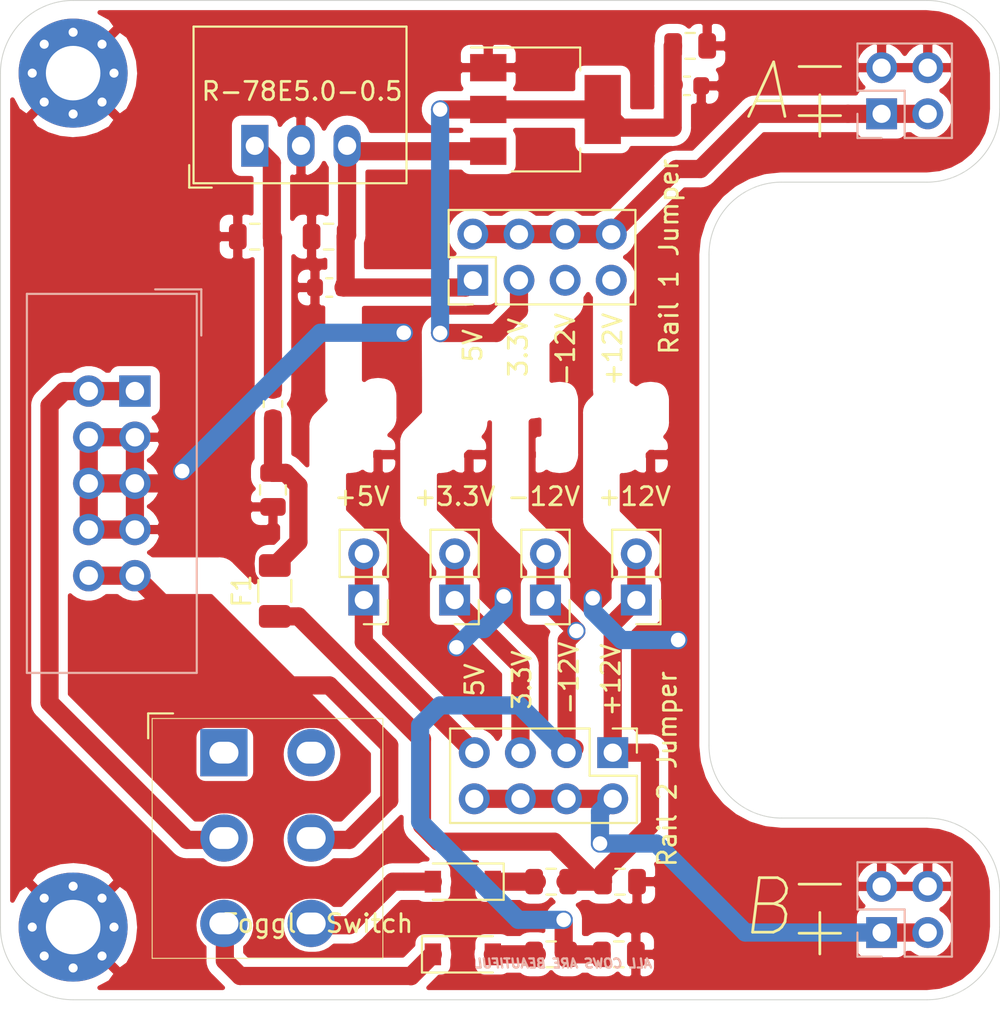
<source format=kicad_pcb>
(kicad_pcb (version 20171130) (host pcbnew "(5.1.6-0-10_14)")

  (general
    (thickness 1.6)
    (drawings 31)
    (tracks 143)
    (zones 0)
    (modules 28)
    (nets 16)
  )

  (page A4)
  (layers
    (0 F.Cu signal)
    (31 B.Cu signal)
    (32 B.Adhes user)
    (33 F.Adhes user)
    (34 B.Paste user)
    (35 F.Paste user)
    (36 B.SilkS user)
    (37 F.SilkS user)
    (38 B.Mask user)
    (39 F.Mask user)
    (40 Dwgs.User user)
    (41 Cmts.User user)
    (42 Eco1.User user)
    (43 Eco2.User user)
    (44 Edge.Cuts user)
    (45 Margin user)
    (46 B.CrtYd user)
    (47 F.CrtYd user)
    (48 B.Fab user hide)
    (49 F.Fab user hide)
  )

  (setup
    (last_trace_width 1)
    (user_trace_width 0.3)
    (user_trace_width 0.4)
    (user_trace_width 0.5)
    (user_trace_width 1)
    (trace_clearance 0.2)
    (zone_clearance 0.508)
    (zone_45_only no)
    (trace_min 0.2)
    (via_size 0.8)
    (via_drill 0.4)
    (via_min_size 0.4)
    (via_min_drill 0.3)
    (user_via 1 0.8)
    (uvia_size 0.3)
    (uvia_drill 0.1)
    (uvias_allowed no)
    (uvia_min_size 0.2)
    (uvia_min_drill 0.1)
    (edge_width 0.05)
    (segment_width 0.2)
    (pcb_text_width 0.3)
    (pcb_text_size 1.5 1.5)
    (mod_edge_width 0.12)
    (mod_text_size 1 1)
    (mod_text_width 0.15)
    (pad_size 1.524 1.524)
    (pad_drill 0.762)
    (pad_to_mask_clearance 0.051)
    (solder_mask_min_width 0.25)
    (aux_axis_origin 0 0)
    (visible_elements FFFFFF7F)
    (pcbplotparams
      (layerselection 0x010fc_ffffffff)
      (usegerberextensions false)
      (usegerberattributes false)
      (usegerberadvancedattributes false)
      (creategerberjobfile false)
      (excludeedgelayer true)
      (linewidth 0.100000)
      (plotframeref false)
      (viasonmask false)
      (mode 1)
      (useauxorigin false)
      (hpglpennumber 1)
      (hpglpenspeed 20)
      (hpglpendiameter 15.000000)
      (psnegative false)
      (psa4output false)
      (plotreference true)
      (plotvalue true)
      (plotinvisibletext false)
      (padsonsilk false)
      (subtractmaskfromsilk false)
      (outputformat 1)
      (mirror false)
      (drillshape 0)
      (scaleselection 1)
      (outputdirectory "gerber/"))
  )

  (net 0 "")
  (net 1 VEE)
  (net 2 GND)
  (net 3 VCC)
  (net 4 "Net-(C3-Pad1)")
  (net 5 "Net-(C4-Pad2)")
  (net 6 +5V)
  (net 7 +3V3)
  (net 8 "Net-(D1-Pad1)")
  (net 9 "Net-(D1-Pad2)")
  (net 10 "Net-(D2-Pad2)")
  (net 11 "Net-(D2-Pad1)")
  (net 12 -12V)
  (net 13 +12V)
  (net 14 "Net-(J6-Pad1)")
  (net 15 "Net-(J8-Pad2)")

  (net_class Default "This is the default net class."
    (clearance 0.2)
    (trace_width 0.25)
    (via_dia 0.8)
    (via_drill 0.4)
    (uvia_dia 0.3)
    (uvia_drill 0.1)
    (add_net +12V)
    (add_net +3V3)
    (add_net +5V)
    (add_net -12V)
    (add_net GND)
    (add_net "Net-(C3-Pad1)")
    (add_net "Net-(C4-Pad2)")
    (add_net "Net-(D1-Pad1)")
    (add_net "Net-(D1-Pad2)")
    (add_net "Net-(D2-Pad1)")
    (add_net "Net-(D2-Pad2)")
    (add_net "Net-(J6-Pad1)")
    (add_net "Net-(J8-Pad2)")
    (add_net "Net-(SW1-Pad1)")
    (add_net "Net-(SW1-Pad4)")
    (add_net VCC)
    (add_net VEE)
  )

  (module Button_Switch_THT:SW_TSM202A2 (layer F.Cu) (tedit 5FA6E4BC) (tstamp 5F722426)
    (at 45.3 87.1)
    (descr "toggle switch on, on")
    (tags "dpdt toggle switch")
    (path /5F9187B9)
    (fp_text reference SW1 (at 5 3.3) (layer F.Fab)
      (effects (font (size 1 1) (thickness 0.15)))
    )
    (fp_text value "Toggle Switch" (at 5.2 -1.3) (layer F.SilkS)
      (effects (font (size 1 1) (thickness 0.15)))
    )
    (fp_text user %R (at 5.2 3.4) (layer F.Fab)
      (effects (font (size 1 1) (thickness 0.15)))
    )
    (fp_line (start 8.75 -12.58) (end -3.95 -12.58) (layer F.SilkS) (width 0.05))
    (fp_line (start 8.75 0.62) (end 8.75 -12.58) (layer F.SilkS) (width 0.05))
    (fp_line (start -3.95 0.62) (end 8.75 0.62) (layer F.SilkS) (width 0.05))
    (fp_line (start -3.95 -12.58) (end -3.95 0.62) (layer F.SilkS) (width 0.05))
    (fp_line (start -4.17 -12.86) (end -2.8 -12.86) (layer F.SilkS) (width 0.12))
    (fp_line (start -4.17 -11.49) (end -4.17 -12.86) (layer F.SilkS) (width 0.12))
    (pad 1 thru_hole rect (at 0 -10.7) (size 2.6 2.6) (drill oval 1.6 1.2) (layers *.Cu *.Mask))
    (pad 4 thru_hole oval (at 4.8 -10.7) (size 2.6 2.6) (drill oval 1.6 1.2) (layers *.Cu *.Mask))
    (pad 2 thru_hole oval (at 0 -6) (size 2.6 2.6) (drill oval 1.6 1.2) (layers *.Cu *.Mask)
      (net 12 -12V))
    (pad 5 thru_hole oval (at 4.8 -6) (size 2.6 2.6) (drill oval 1.6 1.2) (layers *.Cu *.Mask)
      (net 13 +12V))
    (pad 3 thru_hole oval (at 0 -1.3) (size 2.6 2.6) (drill oval 1.6 1.2) (layers *.Cu *.Mask)
      (net 8 "Net-(D1-Pad1)"))
    (pad 6 thru_hole oval (at 4.8 -1.3) (size 2.6 2.6) (drill oval 1.6 1.2) (layers *.Cu *.Mask)
      (net 10 "Net-(D2-Pad2)"))
    (model ${KISYS3DMOD}/Button_Switch_THT.3dshapes/Nidec_Copal_SH-7010C.wrl
      (at (xyz 0 0 0))
      (scale (xyz 1 1 1))
      (rotate (xyz 0 0 0))
    )
  )

  (module Fuse:Fuse_1206_3216Metric (layer F.Cu) (tedit 5B301BBE) (tstamp 5FA5D2A5)
    (at 48.1 67.5 90)
    (descr "Fuse SMD 1206 (3216 Metric), square (rectangular) end terminal, IPC_7351 nominal, (Body size source: http://www.tortai-tech.com/upload/download/2011102023233369053.pdf), generated with kicad-footprint-generator")
    (tags resistor)
    (path /5FA58023)
    (attr smd)
    (fp_text reference F1 (at 0 -1.82 90) (layer F.SilkS)
      (effects (font (size 1 1) (thickness 0.15)))
    )
    (fp_text value 1A (at 0 1.82 90) (layer F.Fab)
      (effects (font (size 1 1) (thickness 0.15)))
    )
    (fp_text user %R (at 0 0 90) (layer F.Fab)
      (effects (font (size 0.8 0.8) (thickness 0.12)))
    )
    (fp_line (start -1.6 0.8) (end -1.6 -0.8) (layer F.Fab) (width 0.1))
    (fp_line (start -1.6 -0.8) (end 1.6 -0.8) (layer F.Fab) (width 0.1))
    (fp_line (start 1.6 -0.8) (end 1.6 0.8) (layer F.Fab) (width 0.1))
    (fp_line (start 1.6 0.8) (end -1.6 0.8) (layer F.Fab) (width 0.1))
    (fp_line (start -0.602064 -0.91) (end 0.602064 -0.91) (layer F.SilkS) (width 0.12))
    (fp_line (start -0.602064 0.91) (end 0.602064 0.91) (layer F.SilkS) (width 0.12))
    (fp_line (start -2.28 1.12) (end -2.28 -1.12) (layer F.CrtYd) (width 0.05))
    (fp_line (start -2.28 -1.12) (end 2.28 -1.12) (layer F.CrtYd) (width 0.05))
    (fp_line (start 2.28 -1.12) (end 2.28 1.12) (layer F.CrtYd) (width 0.05))
    (fp_line (start 2.28 1.12) (end -2.28 1.12) (layer F.CrtYd) (width 0.05))
    (pad 2 smd roundrect (at 1.4 0 90) (size 1.25 1.75) (layers F.Cu F.Paste F.Mask) (roundrect_rratio 0.2)
      (net 4 "Net-(C3-Pad1)"))
    (pad 1 smd roundrect (at -1.4 0 90) (size 1.25 1.75) (layers F.Cu F.Paste F.Mask) (roundrect_rratio 0.2)
      (net 3 VCC))
    (model ${KISYS3DMOD}/Fuse.3dshapes/Fuse_1206_3216Metric.wrl
      (at (xyz 0 0 0))
      (scale (xyz 1 1 1))
      (rotate (xyz 0 0 0))
    )
  )

  (module Inductor_SMD:L_0805_2012Metric (layer F.Cu) (tedit 5B36C52B) (tstamp 5F71EF6F)
    (at 63.3125 83.5 180)
    (descr "Inductor SMD 0805 (2012 Metric), square (rectangular) end terminal, IPC_7351 nominal, (Body size source: https://docs.google.com/spreadsheets/d/1BsfQQcO9C6DZCsRaXUlFlo91Tg2WpOkGARC1WS5S8t0/edit?usp=sharing), generated with kicad-footprint-generator")
    (tags inductor)
    (path /5F70E0DF)
    (attr smd)
    (fp_text reference FB2 (at 0 -1.65) (layer F.Fab)
      (effects (font (size 1 1) (thickness 0.15)))
    )
    (fp_text value "100 @ 100MHz" (at 0 1.65) (layer F.Fab)
      (effects (font (size 1 1) (thickness 0.15)))
    )
    (fp_line (start -1 0.6) (end -1 -0.6) (layer F.Fab) (width 0.1))
    (fp_line (start -1 -0.6) (end 1 -0.6) (layer F.Fab) (width 0.1))
    (fp_line (start 1 -0.6) (end 1 0.6) (layer F.Fab) (width 0.1))
    (fp_line (start 1 0.6) (end -1 0.6) (layer F.Fab) (width 0.1))
    (fp_line (start -0.258578 -0.71) (end 0.258578 -0.71) (layer F.SilkS) (width 0.12))
    (fp_line (start -0.258578 0.71) (end 0.258578 0.71) (layer F.SilkS) (width 0.12))
    (fp_line (start -1.68 0.95) (end -1.68 -0.95) (layer F.CrtYd) (width 0.05))
    (fp_line (start -1.68 -0.95) (end 1.68 -0.95) (layer F.CrtYd) (width 0.05))
    (fp_line (start 1.68 -0.95) (end 1.68 0.95) (layer F.CrtYd) (width 0.05))
    (fp_line (start 1.68 0.95) (end -1.68 0.95) (layer F.CrtYd) (width 0.05))
    (fp_text user %R (at 0 0) (layer F.Fab)
      (effects (font (size 0.5 0.5) (thickness 0.08)))
    )
    (pad 2 smd roundrect (at 0.9375 0 180) (size 0.975 1.4) (layers F.Cu F.Paste F.Mask) (roundrect_rratio 0.25)
      (net 11 "Net-(D2-Pad1)"))
    (pad 1 smd roundrect (at -0.9375 0 180) (size 0.975 1.4) (layers F.Cu F.Paste F.Mask) (roundrect_rratio 0.25)
      (net 3 VCC))
    (model ${KISYS3DMOD}/Inductor_SMD.3dshapes/L_0805_2012Metric.wrl
      (at (xyz 0 0 0))
      (scale (xyz 1 1 1))
      (rotate (xyz 0 0 0))
    )
  )

  (module Inductor_SMD:L_0805_2012Metric (layer F.Cu) (tedit 5B36C52B) (tstamp 5F71EF9F)
    (at 63.3125 87.5 180)
    (descr "Inductor SMD 0805 (2012 Metric), square (rectangular) end terminal, IPC_7351 nominal, (Body size source: https://docs.google.com/spreadsheets/d/1BsfQQcO9C6DZCsRaXUlFlo91Tg2WpOkGARC1WS5S8t0/edit?usp=sharing), generated with kicad-footprint-generator")
    (tags inductor)
    (path /5F71DF9B)
    (attr smd)
    (fp_text reference FB1 (at 0 -1.65) (layer F.Fab)
      (effects (font (size 1 1) (thickness 0.15)))
    )
    (fp_text value "100 @ 100MHz" (at 0 1.65) (layer F.Fab)
      (effects (font (size 1 1) (thickness 0.15)))
    )
    (fp_line (start -1 0.6) (end -1 -0.6) (layer F.Fab) (width 0.1))
    (fp_line (start -1 -0.6) (end 1 -0.6) (layer F.Fab) (width 0.1))
    (fp_line (start 1 -0.6) (end 1 0.6) (layer F.Fab) (width 0.1))
    (fp_line (start 1 0.6) (end -1 0.6) (layer F.Fab) (width 0.1))
    (fp_line (start -0.258578 -0.71) (end 0.258578 -0.71) (layer F.SilkS) (width 0.12))
    (fp_line (start -0.258578 0.71) (end 0.258578 0.71) (layer F.SilkS) (width 0.12))
    (fp_line (start -1.68 0.95) (end -1.68 -0.95) (layer F.CrtYd) (width 0.05))
    (fp_line (start -1.68 -0.95) (end 1.68 -0.95) (layer F.CrtYd) (width 0.05))
    (fp_line (start 1.68 -0.95) (end 1.68 0.95) (layer F.CrtYd) (width 0.05))
    (fp_line (start 1.68 0.95) (end -1.68 0.95) (layer F.CrtYd) (width 0.05))
    (fp_text user %R (at 0 0) (layer F.Fab)
      (effects (font (size 0.5 0.5) (thickness 0.08)))
    )
    (pad 2 smd roundrect (at 0.9375 0 180) (size 0.975 1.4) (layers F.Cu F.Paste F.Mask) (roundrect_rratio 0.25)
      (net 9 "Net-(D1-Pad2)"))
    (pad 1 smd roundrect (at -0.9375 0 180) (size 0.975 1.4) (layers F.Cu F.Paste F.Mask) (roundrect_rratio 0.25)
      (net 1 VEE))
    (model ${KISYS3DMOD}/Inductor_SMD.3dshapes/L_0805_2012Metric.wrl
      (at (xyz 0 0 0))
      (scale (xyz 1 1 1))
      (rotate (xyz 0 0 0))
    )
  )

  (module MountingHole:MountingHole_3mm_Pad_Via (layer F.Cu) (tedit 56DDBED4) (tstamp 5F71B87D)
    (at 37 39)
    (descr "Mounting Hole 3mm")
    (tags "mounting hole 3mm")
    (path /5F7AA4A0)
    (attr virtual)
    (fp_text reference H2 (at 0 -4) (layer F.Fab)
      (effects (font (size 1 1) (thickness 0.15)))
    )
    (fp_text value MountingHole (at 0 4) (layer F.Fab)
      (effects (font (size 1 1) (thickness 0.15)))
    )
    (fp_circle (center 0 0) (end 3 0) (layer Cmts.User) (width 0.15))
    (fp_circle (center 0 0) (end 3.25 0) (layer F.CrtYd) (width 0.05))
    (fp_text user %R (at 0.3 0) (layer F.Fab)
      (effects (font (size 1 1) (thickness 0.15)))
    )
    (pad 1 thru_hole circle (at 1.59099 -1.59099) (size 0.8 0.8) (drill 0.5) (layers *.Cu *.Mask)
      (net 2 GND))
    (pad 1 thru_hole circle (at 0 -2.25) (size 0.8 0.8) (drill 0.5) (layers *.Cu *.Mask)
      (net 2 GND))
    (pad 1 thru_hole circle (at -1.59099 -1.59099) (size 0.8 0.8) (drill 0.5) (layers *.Cu *.Mask)
      (net 2 GND))
    (pad 1 thru_hole circle (at -2.25 0) (size 0.8 0.8) (drill 0.5) (layers *.Cu *.Mask)
      (net 2 GND))
    (pad 1 thru_hole circle (at -1.59099 1.59099) (size 0.8 0.8) (drill 0.5) (layers *.Cu *.Mask)
      (net 2 GND))
    (pad 1 thru_hole circle (at 0 2.25) (size 0.8 0.8) (drill 0.5) (layers *.Cu *.Mask)
      (net 2 GND))
    (pad 1 thru_hole circle (at 1.59099 1.59099) (size 0.8 0.8) (drill 0.5) (layers *.Cu *.Mask)
      (net 2 GND))
    (pad 1 thru_hole circle (at 2.25 0) (size 0.8 0.8) (drill 0.5) (layers *.Cu *.Mask)
      (net 2 GND))
    (pad 1 thru_hole circle (at 0 0) (size 6 6) (drill 3) (layers *.Cu *.Mask)
      (net 2 GND))
  )

  (module MountingHole:MountingHole_3mm_Pad_Via (layer F.Cu) (tedit 56DDBED4) (tstamp 5F71ACDB)
    (at 37 86)
    (descr "Mounting Hole 3mm")
    (tags "mounting hole 3mm")
    (path /5F7A9C58)
    (attr virtual)
    (fp_text reference H1 (at 0 -4) (layer F.Fab)
      (effects (font (size 1 1) (thickness 0.15)))
    )
    (fp_text value MountingHole (at 0 4) (layer F.Fab)
      (effects (font (size 1 1) (thickness 0.15)))
    )
    (fp_circle (center 0 0) (end 3 0) (layer Cmts.User) (width 0.15))
    (fp_circle (center 0 0) (end 3.25 0) (layer F.CrtYd) (width 0.05))
    (fp_text user %R (at 0.3 0) (layer F.Fab)
      (effects (font (size 1 1) (thickness 0.15)))
    )
    (pad 1 thru_hole circle (at 1.59099 -1.59099) (size 0.8 0.8) (drill 0.5) (layers *.Cu *.Mask)
      (net 2 GND))
    (pad 1 thru_hole circle (at 0 -2.25) (size 0.8 0.8) (drill 0.5) (layers *.Cu *.Mask)
      (net 2 GND))
    (pad 1 thru_hole circle (at -1.59099 -1.59099) (size 0.8 0.8) (drill 0.5) (layers *.Cu *.Mask)
      (net 2 GND))
    (pad 1 thru_hole circle (at -2.25 0) (size 0.8 0.8) (drill 0.5) (layers *.Cu *.Mask)
      (net 2 GND))
    (pad 1 thru_hole circle (at -1.59099 1.59099) (size 0.8 0.8) (drill 0.5) (layers *.Cu *.Mask)
      (net 2 GND))
    (pad 1 thru_hole circle (at 0 2.25) (size 0.8 0.8) (drill 0.5) (layers *.Cu *.Mask)
      (net 2 GND))
    (pad 1 thru_hole circle (at 1.59099 1.59099) (size 0.8 0.8) (drill 0.5) (layers *.Cu *.Mask)
      (net 2 GND))
    (pad 1 thru_hole circle (at 2.25 0) (size 0.8 0.8) (drill 0.5) (layers *.Cu *.Mask)
      (net 2 GND))
    (pad 1 thru_hole circle (at 0 0) (size 6 6) (drill 3) (layers *.Cu *.Mask)
      (net 2 GND))
  )

  (module Capacitor_SMD:C_0805_2012Metric (layer F.Cu) (tedit 5B36C52B) (tstamp 5F71EE7F)
    (at 67.0375 87.5 180)
    (descr "Capacitor SMD 0805 (2012 Metric), square (rectangular) end terminal, IPC_7351 nominal, (Body size source: https://docs.google.com/spreadsheets/d/1BsfQQcO9C6DZCsRaXUlFlo91Tg2WpOkGARC1WS5S8t0/edit?usp=sharing), generated with kicad-footprint-generator")
    (tags capacitor)
    (path /5F7B1B20)
    (attr smd)
    (fp_text reference C1 (at 0 -1.65) (layer F.Fab)
      (effects (font (size 1 1) (thickness 0.15)))
    )
    (fp_text value 22u (at 0 1.65) (layer F.Fab)
      (effects (font (size 1 1) (thickness 0.15)))
    )
    (fp_line (start -1 0.6) (end -1 -0.6) (layer F.Fab) (width 0.1))
    (fp_line (start -1 -0.6) (end 1 -0.6) (layer F.Fab) (width 0.1))
    (fp_line (start 1 -0.6) (end 1 0.6) (layer F.Fab) (width 0.1))
    (fp_line (start 1 0.6) (end -1 0.6) (layer F.Fab) (width 0.1))
    (fp_line (start -0.258578 -0.71) (end 0.258578 -0.71) (layer F.SilkS) (width 0.12))
    (fp_line (start -0.258578 0.71) (end 0.258578 0.71) (layer F.SilkS) (width 0.12))
    (fp_line (start -1.68 0.95) (end -1.68 -0.95) (layer F.CrtYd) (width 0.05))
    (fp_line (start -1.68 -0.95) (end 1.68 -0.95) (layer F.CrtYd) (width 0.05))
    (fp_line (start 1.68 -0.95) (end 1.68 0.95) (layer F.CrtYd) (width 0.05))
    (fp_line (start 1.68 0.95) (end -1.68 0.95) (layer F.CrtYd) (width 0.05))
    (fp_text user %R (at 0 0) (layer F.Fab)
      (effects (font (size 0.5 0.5) (thickness 0.08)))
    )
    (pad 2 smd roundrect (at 0.9375 0 180) (size 0.975 1.4) (layers F.Cu F.Paste F.Mask) (roundrect_rratio 0.25)
      (net 1 VEE))
    (pad 1 smd roundrect (at -0.9375 0 180) (size 0.975 1.4) (layers F.Cu F.Paste F.Mask) (roundrect_rratio 0.25)
      (net 2 GND))
    (model ${KISYS3DMOD}/Capacitor_SMD.3dshapes/C_0805_2012Metric.wrl
      (at (xyz 0 0 0))
      (scale (xyz 1 1 1))
      (rotate (xyz 0 0 0))
    )
  )

  (module Capacitor_SMD:C_0805_2012Metric (layer F.Cu) (tedit 5B36C52B) (tstamp 5F71EEAF)
    (at 67.1 83.5 180)
    (descr "Capacitor SMD 0805 (2012 Metric), square (rectangular) end terminal, IPC_7351 nominal, (Body size source: https://docs.google.com/spreadsheets/d/1BsfQQcO9C6DZCsRaXUlFlo91Tg2WpOkGARC1WS5S8t0/edit?usp=sharing), generated with kicad-footprint-generator")
    (tags capacitor)
    (path /5F7B3AC6)
    (attr smd)
    (fp_text reference C2 (at 0 -1.65) (layer F.Fab)
      (effects (font (size 1 1) (thickness 0.15)))
    )
    (fp_text value 22u (at 0 1.65) (layer F.Fab)
      (effects (font (size 1 1) (thickness 0.15)))
    )
    (fp_line (start 1.68 0.95) (end -1.68 0.95) (layer F.CrtYd) (width 0.05))
    (fp_line (start 1.68 -0.95) (end 1.68 0.95) (layer F.CrtYd) (width 0.05))
    (fp_line (start -1.68 -0.95) (end 1.68 -0.95) (layer F.CrtYd) (width 0.05))
    (fp_line (start -1.68 0.95) (end -1.68 -0.95) (layer F.CrtYd) (width 0.05))
    (fp_line (start -0.258578 0.71) (end 0.258578 0.71) (layer F.SilkS) (width 0.12))
    (fp_line (start -0.258578 -0.71) (end 0.258578 -0.71) (layer F.SilkS) (width 0.12))
    (fp_line (start 1 0.6) (end -1 0.6) (layer F.Fab) (width 0.1))
    (fp_line (start 1 -0.6) (end 1 0.6) (layer F.Fab) (width 0.1))
    (fp_line (start -1 -0.6) (end 1 -0.6) (layer F.Fab) (width 0.1))
    (fp_line (start -1 0.6) (end -1 -0.6) (layer F.Fab) (width 0.1))
    (fp_text user %R (at 0 0) (layer F.Fab)
      (effects (font (size 0.5 0.5) (thickness 0.08)))
    )
    (pad 1 smd roundrect (at -0.9375 0 180) (size 0.975 1.4) (layers F.Cu F.Paste F.Mask) (roundrect_rratio 0.25)
      (net 2 GND))
    (pad 2 smd roundrect (at 0.9375 0 180) (size 0.975 1.4) (layers F.Cu F.Paste F.Mask) (roundrect_rratio 0.25)
      (net 3 VCC))
    (model ${KISYS3DMOD}/Capacitor_SMD.3dshapes/C_0805_2012Metric.wrl
      (at (xyz 0 0 0))
      (scale (xyz 1 1 1))
      (rotate (xyz 0 0 0))
    )
  )

  (module Capacitor_SMD:C_0805_2012Metric (layer F.Cu) (tedit 5B36C52B) (tstamp 5F71DA8F)
    (at 48 61.9375 270)
    (descr "Capacitor SMD 0805 (2012 Metric), square (rectangular) end terminal, IPC_7351 nominal, (Body size source: https://docs.google.com/spreadsheets/d/1BsfQQcO9C6DZCsRaXUlFlo91Tg2WpOkGARC1WS5S8t0/edit?usp=sharing), generated with kicad-footprint-generator")
    (tags capacitor)
    (path /5F7B4162)
    (attr smd)
    (fp_text reference C3 (at 0 -1.65 90) (layer F.Fab)
      (effects (font (size 1 1) (thickness 0.15)))
    )
    (fp_text value 10u (at 0 1.65 90) (layer F.Fab)
      (effects (font (size 1 1) (thickness 0.15)))
    )
    (fp_line (start 1.68 0.95) (end -1.68 0.95) (layer F.CrtYd) (width 0.05))
    (fp_line (start 1.68 -0.95) (end 1.68 0.95) (layer F.CrtYd) (width 0.05))
    (fp_line (start -1.68 -0.95) (end 1.68 -0.95) (layer F.CrtYd) (width 0.05))
    (fp_line (start -1.68 0.95) (end -1.68 -0.95) (layer F.CrtYd) (width 0.05))
    (fp_line (start -0.258578 0.71) (end 0.258578 0.71) (layer F.SilkS) (width 0.12))
    (fp_line (start -0.258578 -0.71) (end 0.258578 -0.71) (layer F.SilkS) (width 0.12))
    (fp_line (start 1 0.6) (end -1 0.6) (layer F.Fab) (width 0.1))
    (fp_line (start 1 -0.6) (end 1 0.6) (layer F.Fab) (width 0.1))
    (fp_line (start -1 -0.6) (end 1 -0.6) (layer F.Fab) (width 0.1))
    (fp_line (start -1 0.6) (end -1 -0.6) (layer F.Fab) (width 0.1))
    (fp_text user %R (at 0 0 90) (layer F.Fab)
      (effects (font (size 0.5 0.5) (thickness 0.08)))
    )
    (pad 1 smd roundrect (at -0.9375 0 270) (size 0.975 1.4) (layers F.Cu F.Paste F.Mask) (roundrect_rratio 0.25)
      (net 4 "Net-(C3-Pad1)"))
    (pad 2 smd roundrect (at 0.9375 0 270) (size 0.975 1.4) (layers F.Cu F.Paste F.Mask) (roundrect_rratio 0.25)
      (net 2 GND))
    (model ${KISYS3DMOD}/Capacitor_SMD.3dshapes/C_0805_2012Metric.wrl
      (at (xyz 0 0 0))
      (scale (xyz 1 1 1))
      (rotate (xyz 0 0 0))
    )
  )

  (module Capacitor_SMD:C_0805_2012Metric (layer F.Cu) (tedit 5B36C52B) (tstamp 5F71ABDE)
    (at 47 48)
    (descr "Capacitor SMD 0805 (2012 Metric), square (rectangular) end terminal, IPC_7351 nominal, (Body size source: https://docs.google.com/spreadsheets/d/1BsfQQcO9C6DZCsRaXUlFlo91Tg2WpOkGARC1WS5S8t0/edit?usp=sharing), generated with kicad-footprint-generator")
    (tags capacitor)
    (path /5F7B48BA)
    (attr smd)
    (fp_text reference C4 (at 0 -1.65) (layer F.Fab)
      (effects (font (size 1 1) (thickness 0.15)))
    )
    (fp_text value 10u (at 0 1.65) (layer F.Fab)
      (effects (font (size 1 1) (thickness 0.15)))
    )
    (fp_line (start -1 0.6) (end -1 -0.6) (layer F.Fab) (width 0.1))
    (fp_line (start -1 -0.6) (end 1 -0.6) (layer F.Fab) (width 0.1))
    (fp_line (start 1 -0.6) (end 1 0.6) (layer F.Fab) (width 0.1))
    (fp_line (start 1 0.6) (end -1 0.6) (layer F.Fab) (width 0.1))
    (fp_line (start -0.258578 -0.71) (end 0.258578 -0.71) (layer F.SilkS) (width 0.12))
    (fp_line (start -0.258578 0.71) (end 0.258578 0.71) (layer F.SilkS) (width 0.12))
    (fp_line (start -1.68 0.95) (end -1.68 -0.95) (layer F.CrtYd) (width 0.05))
    (fp_line (start -1.68 -0.95) (end 1.68 -0.95) (layer F.CrtYd) (width 0.05))
    (fp_line (start 1.68 -0.95) (end 1.68 0.95) (layer F.CrtYd) (width 0.05))
    (fp_line (start 1.68 0.95) (end -1.68 0.95) (layer F.CrtYd) (width 0.05))
    (fp_text user %R (at 0 0) (layer F.Fab)
      (effects (font (size 0.5 0.5) (thickness 0.08)))
    )
    (pad 2 smd roundrect (at 0.9375 0) (size 0.975 1.4) (layers F.Cu F.Paste F.Mask) (roundrect_rratio 0.25)
      (net 5 "Net-(C4-Pad2)"))
    (pad 1 smd roundrect (at -0.9375 0) (size 0.975 1.4) (layers F.Cu F.Paste F.Mask) (roundrect_rratio 0.25)
      (net 2 GND))
    (model ${KISYS3DMOD}/Capacitor_SMD.3dshapes/C_0805_2012Metric.wrl
      (at (xyz 0 0 0))
      (scale (xyz 1 1 1))
      (rotate (xyz 0 0 0))
    )
  )

  (module Capacitor_SMD:C_0603_1608Metric (layer F.Cu) (tedit 5B301BBE) (tstamp 5F716C7B)
    (at 51.1 50.8 180)
    (descr "Capacitor SMD 0603 (1608 Metric), square (rectangular) end terminal, IPC_7351 nominal, (Body size source: http://www.tortai-tech.com/upload/download/2011102023233369053.pdf), generated with kicad-footprint-generator")
    (tags capacitor)
    (path /5F753979)
    (attr smd)
    (fp_text reference C5 (at 0 -1.43) (layer F.Fab)
      (effects (font (size 1 1) (thickness 0.15)))
    )
    (fp_text value 100n (at 0 1.43) (layer F.Fab)
      (effects (font (size 1 1) (thickness 0.15)))
    )
    (fp_line (start 1.48 0.73) (end -1.48 0.73) (layer F.CrtYd) (width 0.05))
    (fp_line (start 1.48 -0.73) (end 1.48 0.73) (layer F.CrtYd) (width 0.05))
    (fp_line (start -1.48 -0.73) (end 1.48 -0.73) (layer F.CrtYd) (width 0.05))
    (fp_line (start -1.48 0.73) (end -1.48 -0.73) (layer F.CrtYd) (width 0.05))
    (fp_line (start -0.162779 0.51) (end 0.162779 0.51) (layer F.SilkS) (width 0.12))
    (fp_line (start -0.162779 -0.51) (end 0.162779 -0.51) (layer F.SilkS) (width 0.12))
    (fp_line (start 0.8 0.4) (end -0.8 0.4) (layer F.Fab) (width 0.1))
    (fp_line (start 0.8 -0.4) (end 0.8 0.4) (layer F.Fab) (width 0.1))
    (fp_line (start -0.8 -0.4) (end 0.8 -0.4) (layer F.Fab) (width 0.1))
    (fp_line (start -0.8 0.4) (end -0.8 -0.4) (layer F.Fab) (width 0.1))
    (fp_text user %R (at 0 0) (layer F.Fab)
      (effects (font (size 0.4 0.4) (thickness 0.06)))
    )
    (pad 1 smd roundrect (at -0.7875 0 180) (size 0.875 0.95) (layers F.Cu F.Paste F.Mask) (roundrect_rratio 0.25)
      (net 6 +5V))
    (pad 2 smd roundrect (at 0.7875 0 180) (size 0.875 0.95) (layers F.Cu F.Paste F.Mask) (roundrect_rratio 0.25)
      (net 2 GND))
    (model ${KISYS3DMOD}/Capacitor_SMD.3dshapes/C_0603_1608Metric.wrl
      (at (xyz 0 0 0))
      (scale (xyz 1 1 1))
      (rotate (xyz 0 0 0))
    )
  )

  (module Capacitor_SMD:C_0805_2012Metric (layer F.Cu) (tedit 5B36C52B) (tstamp 5F71AC00)
    (at 51.0625 48)
    (descr "Capacitor SMD 0805 (2012 Metric), square (rectangular) end terminal, IPC_7351 nominal, (Body size source: https://docs.google.com/spreadsheets/d/1BsfQQcO9C6DZCsRaXUlFlo91Tg2WpOkGARC1WS5S8t0/edit?usp=sharing), generated with kicad-footprint-generator")
    (tags capacitor)
    (path /5F7B5F70)
    (attr smd)
    (fp_text reference C6 (at 0 -1.65) (layer F.Fab)
      (effects (font (size 1 1) (thickness 0.15)))
    )
    (fp_text value 22u (at 0 1.65) (layer F.Fab)
      (effects (font (size 1 1) (thickness 0.15)))
    )
    (fp_line (start 1.68 0.95) (end -1.68 0.95) (layer F.CrtYd) (width 0.05))
    (fp_line (start 1.68 -0.95) (end 1.68 0.95) (layer F.CrtYd) (width 0.05))
    (fp_line (start -1.68 -0.95) (end 1.68 -0.95) (layer F.CrtYd) (width 0.05))
    (fp_line (start -1.68 0.95) (end -1.68 -0.95) (layer F.CrtYd) (width 0.05))
    (fp_line (start -0.258578 0.71) (end 0.258578 0.71) (layer F.SilkS) (width 0.12))
    (fp_line (start -0.258578 -0.71) (end 0.258578 -0.71) (layer F.SilkS) (width 0.12))
    (fp_line (start 1 0.6) (end -1 0.6) (layer F.Fab) (width 0.1))
    (fp_line (start 1 -0.6) (end 1 0.6) (layer F.Fab) (width 0.1))
    (fp_line (start -1 -0.6) (end 1 -0.6) (layer F.Fab) (width 0.1))
    (fp_line (start -1 0.6) (end -1 -0.6) (layer F.Fab) (width 0.1))
    (fp_text user %R (at 0 0) (layer F.Fab)
      (effects (font (size 0.5 0.5) (thickness 0.08)))
    )
    (pad 1 smd roundrect (at -0.9375 0) (size 0.975 1.4) (layers F.Cu F.Paste F.Mask) (roundrect_rratio 0.25)
      (net 2 GND))
    (pad 2 smd roundrect (at 0.9375 0) (size 0.975 1.4) (layers F.Cu F.Paste F.Mask) (roundrect_rratio 0.25)
      (net 6 +5V))
    (model ${KISYS3DMOD}/Capacitor_SMD.3dshapes/C_0805_2012Metric.wrl
      (at (xyz 0 0 0))
      (scale (xyz 1 1 1))
      (rotate (xyz 0 0 0))
    )
  )

  (module Capacitor_SMD:C_0603_1608Metric (layer F.Cu) (tedit 5B301BBE) (tstamp 5F71AC11)
    (at 70.7875 39.7)
    (descr "Capacitor SMD 0603 (1608 Metric), square (rectangular) end terminal, IPC_7351 nominal, (Body size source: http://www.tortai-tech.com/upload/download/2011102023233369053.pdf), generated with kicad-footprint-generator")
    (tags capacitor)
    (path /5F798C59)
    (attr smd)
    (fp_text reference C7 (at 0 -1.43) (layer F.Fab)
      (effects (font (size 1 1) (thickness 0.15)))
    )
    (fp_text value 100n (at 0 1.43) (layer F.Fab)
      (effects (font (size 1 1) (thickness 0.15)))
    )
    (fp_line (start -0.8 0.4) (end -0.8 -0.4) (layer F.Fab) (width 0.1))
    (fp_line (start -0.8 -0.4) (end 0.8 -0.4) (layer F.Fab) (width 0.1))
    (fp_line (start 0.8 -0.4) (end 0.8 0.4) (layer F.Fab) (width 0.1))
    (fp_line (start 0.8 0.4) (end -0.8 0.4) (layer F.Fab) (width 0.1))
    (fp_line (start -0.162779 -0.51) (end 0.162779 -0.51) (layer F.SilkS) (width 0.12))
    (fp_line (start -0.162779 0.51) (end 0.162779 0.51) (layer F.SilkS) (width 0.12))
    (fp_line (start -1.48 0.73) (end -1.48 -0.73) (layer F.CrtYd) (width 0.05))
    (fp_line (start -1.48 -0.73) (end 1.48 -0.73) (layer F.CrtYd) (width 0.05))
    (fp_line (start 1.48 -0.73) (end 1.48 0.73) (layer F.CrtYd) (width 0.05))
    (fp_line (start 1.48 0.73) (end -1.48 0.73) (layer F.CrtYd) (width 0.05))
    (fp_text user %R (at 0 0) (layer F.Fab)
      (effects (font (size 0.4 0.4) (thickness 0.06)))
    )
    (pad 2 smd roundrect (at 0.7875 0) (size 0.875 0.95) (layers F.Cu F.Paste F.Mask) (roundrect_rratio 0.25)
      (net 2 GND))
    (pad 1 smd roundrect (at -0.7875 0) (size 0.875 0.95) (layers F.Cu F.Paste F.Mask) (roundrect_rratio 0.25)
      (net 7 +3V3))
    (model ${KISYS3DMOD}/Capacitor_SMD.3dshapes/C_0603_1608Metric.wrl
      (at (xyz 0 0 0))
      (scale (xyz 1 1 1))
      (rotate (xyz 0 0 0))
    )
  )

  (module Capacitor_SMD:C_0805_2012Metric (layer F.Cu) (tedit 5B36C52B) (tstamp 5F71C184)
    (at 70.9625 37.5)
    (descr "Capacitor SMD 0805 (2012 Metric), square (rectangular) end terminal, IPC_7351 nominal, (Body size source: https://docs.google.com/spreadsheets/d/1BsfQQcO9C6DZCsRaXUlFlo91Tg2WpOkGARC1WS5S8t0/edit?usp=sharing), generated with kicad-footprint-generator")
    (tags capacitor)
    (path /5F7B7267)
    (attr smd)
    (fp_text reference C8 (at 0 -1.65) (layer F.Fab)
      (effects (font (size 1 1) (thickness 0.15)))
    )
    (fp_text value 10u (at 0 1.65) (layer F.Fab)
      (effects (font (size 1 1) (thickness 0.15)))
    )
    (fp_line (start -1 0.6) (end -1 -0.6) (layer F.Fab) (width 0.1))
    (fp_line (start -1 -0.6) (end 1 -0.6) (layer F.Fab) (width 0.1))
    (fp_line (start 1 -0.6) (end 1 0.6) (layer F.Fab) (width 0.1))
    (fp_line (start 1 0.6) (end -1 0.6) (layer F.Fab) (width 0.1))
    (fp_line (start -0.258578 -0.71) (end 0.258578 -0.71) (layer F.SilkS) (width 0.12))
    (fp_line (start -0.258578 0.71) (end 0.258578 0.71) (layer F.SilkS) (width 0.12))
    (fp_line (start -1.68 0.95) (end -1.68 -0.95) (layer F.CrtYd) (width 0.05))
    (fp_line (start -1.68 -0.95) (end 1.68 -0.95) (layer F.CrtYd) (width 0.05))
    (fp_line (start 1.68 -0.95) (end 1.68 0.95) (layer F.CrtYd) (width 0.05))
    (fp_line (start 1.68 0.95) (end -1.68 0.95) (layer F.CrtYd) (width 0.05))
    (fp_text user %R (at 0 0) (layer F.Fab)
      (effects (font (size 0.5 0.5) (thickness 0.08)))
    )
    (pad 2 smd roundrect (at 0.9375 0) (size 0.975 1.4) (layers F.Cu F.Paste F.Mask) (roundrect_rratio 0.25)
      (net 2 GND))
    (pad 1 smd roundrect (at -0.9375 0) (size 0.975 1.4) (layers F.Cu F.Paste F.Mask) (roundrect_rratio 0.25)
      (net 7 +3V3))
    (model ${KISYS3DMOD}/Capacitor_SMD.3dshapes/C_0805_2012Metric.wrl
      (at (xyz 0 0 0))
      (scale (xyz 1 1 1))
      (rotate (xyz 0 0 0))
    )
  )

  (module Diode_SMD:D_SOD-123 (layer F.Cu) (tedit 58645DC7) (tstamp 5F71EF2F)
    (at 58.45 87.5)
    (descr SOD-123)
    (tags SOD-123)
    (path /5F726E3E)
    (attr smd)
    (fp_text reference D1 (at 0 -2) (layer F.Fab)
      (effects (font (size 1 1) (thickness 0.15)))
    )
    (fp_text value 1N5819 (at 0 2.1) (layer F.Fab)
      (effects (font (size 1 1) (thickness 0.15)))
    )
    (fp_line (start -2.25 -1) (end 1.65 -1) (layer F.SilkS) (width 0.12))
    (fp_line (start -2.25 1) (end 1.65 1) (layer F.SilkS) (width 0.12))
    (fp_line (start -2.35 -1.15) (end -2.35 1.15) (layer F.CrtYd) (width 0.05))
    (fp_line (start 2.35 1.15) (end -2.35 1.15) (layer F.CrtYd) (width 0.05))
    (fp_line (start 2.35 -1.15) (end 2.35 1.15) (layer F.CrtYd) (width 0.05))
    (fp_line (start -2.35 -1.15) (end 2.35 -1.15) (layer F.CrtYd) (width 0.05))
    (fp_line (start -1.4 -0.9) (end 1.4 -0.9) (layer F.Fab) (width 0.1))
    (fp_line (start 1.4 -0.9) (end 1.4 0.9) (layer F.Fab) (width 0.1))
    (fp_line (start 1.4 0.9) (end -1.4 0.9) (layer F.Fab) (width 0.1))
    (fp_line (start -1.4 0.9) (end -1.4 -0.9) (layer F.Fab) (width 0.1))
    (fp_line (start -0.75 0) (end -0.35 0) (layer F.Fab) (width 0.1))
    (fp_line (start -0.35 0) (end -0.35 -0.55) (layer F.Fab) (width 0.1))
    (fp_line (start -0.35 0) (end -0.35 0.55) (layer F.Fab) (width 0.1))
    (fp_line (start -0.35 0) (end 0.25 -0.4) (layer F.Fab) (width 0.1))
    (fp_line (start 0.25 -0.4) (end 0.25 0.4) (layer F.Fab) (width 0.1))
    (fp_line (start 0.25 0.4) (end -0.35 0) (layer F.Fab) (width 0.1))
    (fp_line (start 0.25 0) (end 0.75 0) (layer F.Fab) (width 0.1))
    (fp_line (start -2.25 -1) (end -2.25 1) (layer F.SilkS) (width 0.12))
    (fp_text user %R (at 0 -2) (layer F.Fab)
      (effects (font (size 1 1) (thickness 0.15)))
    )
    (pad 1 smd rect (at -1.65 0) (size 0.9 1.2) (layers F.Cu F.Paste F.Mask)
      (net 8 "Net-(D1-Pad1)"))
    (pad 2 smd rect (at 1.65 0) (size 0.9 1.2) (layers F.Cu F.Paste F.Mask)
      (net 9 "Net-(D1-Pad2)"))
    (model ${KISYS3DMOD}/Diode_SMD.3dshapes/D_SOD-123.wrl
      (at (xyz 0 0 0))
      (scale (xyz 1 1 1))
      (rotate (xyz 0 0 0))
    )
  )

  (module Diode_SMD:D_SOD-123 (layer F.Cu) (tedit 58645DC7) (tstamp 5F71EEE7)
    (at 58.45 83.5 180)
    (descr SOD-123)
    (tags SOD-123)
    (path /5F70C8D2)
    (attr smd)
    (fp_text reference D2 (at 0 -2) (layer F.Fab)
      (effects (font (size 1 1) (thickness 0.15)))
    )
    (fp_text value 1N5819 (at 0 2.1) (layer F.Fab)
      (effects (font (size 1 1) (thickness 0.15)))
    )
    (fp_line (start -2.25 -1) (end -2.25 1) (layer F.SilkS) (width 0.12))
    (fp_line (start 0.25 0) (end 0.75 0) (layer F.Fab) (width 0.1))
    (fp_line (start 0.25 0.4) (end -0.35 0) (layer F.Fab) (width 0.1))
    (fp_line (start 0.25 -0.4) (end 0.25 0.4) (layer F.Fab) (width 0.1))
    (fp_line (start -0.35 0) (end 0.25 -0.4) (layer F.Fab) (width 0.1))
    (fp_line (start -0.35 0) (end -0.35 0.55) (layer F.Fab) (width 0.1))
    (fp_line (start -0.35 0) (end -0.35 -0.55) (layer F.Fab) (width 0.1))
    (fp_line (start -0.75 0) (end -0.35 0) (layer F.Fab) (width 0.1))
    (fp_line (start -1.4 0.9) (end -1.4 -0.9) (layer F.Fab) (width 0.1))
    (fp_line (start 1.4 0.9) (end -1.4 0.9) (layer F.Fab) (width 0.1))
    (fp_line (start 1.4 -0.9) (end 1.4 0.9) (layer F.Fab) (width 0.1))
    (fp_line (start -1.4 -0.9) (end 1.4 -0.9) (layer F.Fab) (width 0.1))
    (fp_line (start -2.35 -1.15) (end 2.35 -1.15) (layer F.CrtYd) (width 0.05))
    (fp_line (start 2.35 -1.15) (end 2.35 1.15) (layer F.CrtYd) (width 0.05))
    (fp_line (start 2.35 1.15) (end -2.35 1.15) (layer F.CrtYd) (width 0.05))
    (fp_line (start -2.35 -1.15) (end -2.35 1.15) (layer F.CrtYd) (width 0.05))
    (fp_line (start -2.25 1) (end 1.65 1) (layer F.SilkS) (width 0.12))
    (fp_line (start -2.25 -1) (end 1.65 -1) (layer F.SilkS) (width 0.12))
    (fp_text user %R (at 0 -2) (layer F.Fab)
      (effects (font (size 1 1) (thickness 0.15)))
    )
    (pad 2 smd rect (at 1.65 0 180) (size 0.9 1.2) (layers F.Cu F.Paste F.Mask)
      (net 10 "Net-(D2-Pad2)"))
    (pad 1 smd rect (at -1.65 0 180) (size 0.9 1.2) (layers F.Cu F.Paste F.Mask)
      (net 11 "Net-(D2-Pad1)"))
    (model ${KISYS3DMOD}/Diode_SMD.3dshapes/D_SOD-123.wrl
      (at (xyz 0 0 0))
      (scale (xyz 1 1 1))
      (rotate (xyz 0 0 0))
    )
  )

  (module Connector_IDC:IDC-Header_2x05_P2.54mm_Vertical (layer B.Cu) (tedit 59DE0611) (tstamp 5F71AD0B)
    (at 40.4 56.5 180)
    (descr "Through hole straight IDC box header, 2x05, 2.54mm pitch, double rows")
    (tags "Through hole IDC box header THT 2x05 2.54mm double row")
    (path /5F7187FC)
    (fp_text reference J1 (at 1.27 6.604) (layer B.Fab)
      (effects (font (size 1 1) (thickness 0.15)) (justify mirror))
    )
    (fp_text value "Eurorack PWR" (at 1.27 -16.764) (layer B.Fab)
      (effects (font (size 1 1) (thickness 0.15)) (justify mirror))
    )
    (fp_line (start -3.655 5.6) (end -1.115 5.6) (layer B.SilkS) (width 0.12))
    (fp_line (start -3.655 5.6) (end -3.655 3.06) (layer B.SilkS) (width 0.12))
    (fp_line (start -3.405 5.35) (end 5.945 5.35) (layer B.SilkS) (width 0.12))
    (fp_line (start -3.405 -15.51) (end -3.405 5.35) (layer B.SilkS) (width 0.12))
    (fp_line (start 5.945 -15.51) (end -3.405 -15.51) (layer B.SilkS) (width 0.12))
    (fp_line (start 5.945 5.35) (end 5.945 -15.51) (layer B.SilkS) (width 0.12))
    (fp_line (start -3.41 5.35) (end 5.95 5.35) (layer B.CrtYd) (width 0.05))
    (fp_line (start -3.41 -15.51) (end -3.41 5.35) (layer B.CrtYd) (width 0.05))
    (fp_line (start 5.95 -15.51) (end -3.41 -15.51) (layer B.CrtYd) (width 0.05))
    (fp_line (start 5.95 5.35) (end 5.95 -15.51) (layer B.CrtYd) (width 0.05))
    (fp_line (start -3.155 -15.26) (end -2.605 -14.7) (layer B.Fab) (width 0.1))
    (fp_line (start -3.155 5.1) (end -2.605 4.56) (layer B.Fab) (width 0.1))
    (fp_line (start 5.695 -15.26) (end 5.145 -14.7) (layer B.Fab) (width 0.1))
    (fp_line (start 5.695 5.1) (end 5.145 4.56) (layer B.Fab) (width 0.1))
    (fp_line (start 5.145 -14.7) (end -2.605 -14.7) (layer B.Fab) (width 0.1))
    (fp_line (start 5.695 -15.26) (end -3.155 -15.26) (layer B.Fab) (width 0.1))
    (fp_line (start 5.145 4.56) (end -2.605 4.56) (layer B.Fab) (width 0.1))
    (fp_line (start 5.695 5.1) (end -3.155 5.1) (layer B.Fab) (width 0.1))
    (fp_line (start -2.605 -7.33) (end -3.155 -7.33) (layer B.Fab) (width 0.1))
    (fp_line (start -2.605 -2.83) (end -3.155 -2.83) (layer B.Fab) (width 0.1))
    (fp_line (start -2.605 -7.33) (end -2.605 -14.7) (layer B.Fab) (width 0.1))
    (fp_line (start -2.605 4.56) (end -2.605 -2.83) (layer B.Fab) (width 0.1))
    (fp_line (start -3.155 5.1) (end -3.155 -15.26) (layer B.Fab) (width 0.1))
    (fp_line (start 5.145 4.56) (end 5.145 -14.7) (layer B.Fab) (width 0.1))
    (fp_line (start 5.695 5.1) (end 5.695 -15.26) (layer B.Fab) (width 0.1))
    (fp_text user %R (at 1.27 -5.08) (layer B.Fab)
      (effects (font (size 1 1) (thickness 0.15)) (justify mirror))
    )
    (pad 1 thru_hole rect (at 0 0 180) (size 1.7272 1.7272) (drill 1.016) (layers *.Cu *.Mask)
      (net 12 -12V))
    (pad 2 thru_hole oval (at 2.54 0 180) (size 1.7272 1.7272) (drill 1.016) (layers *.Cu *.Mask)
      (net 12 -12V))
    (pad 3 thru_hole oval (at 0 -2.54 180) (size 1.7272 1.7272) (drill 1.016) (layers *.Cu *.Mask)
      (net 2 GND))
    (pad 4 thru_hole oval (at 2.54 -2.54 180) (size 1.7272 1.7272) (drill 1.016) (layers *.Cu *.Mask)
      (net 2 GND))
    (pad 5 thru_hole oval (at 0 -5.08 180) (size 1.7272 1.7272) (drill 1.016) (layers *.Cu *.Mask)
      (net 2 GND))
    (pad 6 thru_hole oval (at 2.54 -5.08 180) (size 1.7272 1.7272) (drill 1.016) (layers *.Cu *.Mask)
      (net 2 GND))
    (pad 7 thru_hole oval (at 0 -7.62 180) (size 1.7272 1.7272) (drill 1.016) (layers *.Cu *.Mask)
      (net 2 GND))
    (pad 8 thru_hole oval (at 2.54 -7.62 180) (size 1.7272 1.7272) (drill 1.016) (layers *.Cu *.Mask)
      (net 2 GND))
    (pad 9 thru_hole oval (at 0 -10.16 180) (size 1.7272 1.7272) (drill 1.016) (layers *.Cu *.Mask)
      (net 13 +12V))
    (pad 10 thru_hole oval (at 2.54 -10.16 180) (size 1.7272 1.7272) (drill 1.016) (layers *.Cu *.Mask)
      (net 13 +12V))
    (model ${KISYS3DMOD}/Connector_IDC.3dshapes/IDC-Header_2x05_P2.54mm_Vertical.wrl
      (at (xyz 0 0 0))
      (scale (xyz 1 1 1))
      (rotate (xyz 0 0 0))
    )
  )

  (module Connector_PinHeader_2.54mm:PinHeader_1x02_P2.54mm_Vertical (layer F.Cu) (tedit 59FED5CC) (tstamp 5F7221B4)
    (at 68 68 180)
    (descr "Through hole straight pin header, 1x02, 2.54mm pitch, single row")
    (tags "Through hole pin header THT 1x02 2.54mm single row")
    (path /5F81EBEB)
    (fp_text reference J2 (at 0 -2.33) (layer F.Fab)
      (effects (font (size 1 1) (thickness 0.15)))
    )
    (fp_text value +12V (at 0.1 5.7) (layer F.SilkS)
      (effects (font (size 1 1) (thickness 0.15)))
    )
    (fp_line (start 1.8 -1.8) (end -1.8 -1.8) (layer F.CrtYd) (width 0.05))
    (fp_line (start 1.8 4.35) (end 1.8 -1.8) (layer F.CrtYd) (width 0.05))
    (fp_line (start -1.8 4.35) (end 1.8 4.35) (layer F.CrtYd) (width 0.05))
    (fp_line (start -1.8 -1.8) (end -1.8 4.35) (layer F.CrtYd) (width 0.05))
    (fp_line (start -1.33 -1.33) (end 0 -1.33) (layer F.SilkS) (width 0.12))
    (fp_line (start -1.33 0) (end -1.33 -1.33) (layer F.SilkS) (width 0.12))
    (fp_line (start -1.33 1.27) (end 1.33 1.27) (layer F.SilkS) (width 0.12))
    (fp_line (start 1.33 1.27) (end 1.33 3.87) (layer F.SilkS) (width 0.12))
    (fp_line (start -1.33 1.27) (end -1.33 3.87) (layer F.SilkS) (width 0.12))
    (fp_line (start -1.33 3.87) (end 1.33 3.87) (layer F.SilkS) (width 0.12))
    (fp_line (start -1.27 -0.635) (end -0.635 -1.27) (layer F.Fab) (width 0.1))
    (fp_line (start -1.27 3.81) (end -1.27 -0.635) (layer F.Fab) (width 0.1))
    (fp_line (start 1.27 3.81) (end -1.27 3.81) (layer F.Fab) (width 0.1))
    (fp_line (start 1.27 -1.27) (end 1.27 3.81) (layer F.Fab) (width 0.1))
    (fp_line (start -0.635 -1.27) (end 1.27 -1.27) (layer F.Fab) (width 0.1))
    (fp_text user %R (at 0 1.27 90) (layer F.Fab)
      (effects (font (size 1 1) (thickness 0.15)))
    )
    (pad 1 thru_hole rect (at 0 0 180) (size 1.7 1.7) (drill 1) (layers *.Cu *.Mask)
      (net 3 VCC))
    (pad 2 thru_hole oval (at 0 2.54 180) (size 1.7 1.7) (drill 1) (layers *.Cu *.Mask)
      (net 3 VCC))
    (model ${KISYS3DMOD}/Connector_PinHeader_2.54mm.3dshapes/PinHeader_1x02_P2.54mm_Vertical.wrl
      (at (xyz 0 0 0))
      (scale (xyz 1 1 1))
      (rotate (xyz 0 0 0))
    )
  )

  (module Connector_PinHeader_2.54mm:PinHeader_1x02_P2.54mm_Vertical (layer F.Cu) (tedit 59FED5CC) (tstamp 5F72225F)
    (at 63 68 180)
    (descr "Through hole straight pin header, 1x02, 2.54mm pitch, single row")
    (tags "Through hole pin header THT 1x02 2.54mm single row")
    (path /5F823418)
    (fp_text reference J3 (at 0 -2.33) (layer F.Fab)
      (effects (font (size 1 1) (thickness 0.15)))
    )
    (fp_text value -12V (at 0.1 5.7) (layer F.SilkS)
      (effects (font (size 1 1) (thickness 0.15)))
    )
    (fp_line (start -0.635 -1.27) (end 1.27 -1.27) (layer F.Fab) (width 0.1))
    (fp_line (start 1.27 -1.27) (end 1.27 3.81) (layer F.Fab) (width 0.1))
    (fp_line (start 1.27 3.81) (end -1.27 3.81) (layer F.Fab) (width 0.1))
    (fp_line (start -1.27 3.81) (end -1.27 -0.635) (layer F.Fab) (width 0.1))
    (fp_line (start -1.27 -0.635) (end -0.635 -1.27) (layer F.Fab) (width 0.1))
    (fp_line (start -1.33 3.87) (end 1.33 3.87) (layer F.SilkS) (width 0.12))
    (fp_line (start -1.33 1.27) (end -1.33 3.87) (layer F.SilkS) (width 0.12))
    (fp_line (start 1.33 1.27) (end 1.33 3.87) (layer F.SilkS) (width 0.12))
    (fp_line (start -1.33 1.27) (end 1.33 1.27) (layer F.SilkS) (width 0.12))
    (fp_line (start -1.33 0) (end -1.33 -1.33) (layer F.SilkS) (width 0.12))
    (fp_line (start -1.33 -1.33) (end 0 -1.33) (layer F.SilkS) (width 0.12))
    (fp_line (start -1.8 -1.8) (end -1.8 4.35) (layer F.CrtYd) (width 0.05))
    (fp_line (start -1.8 4.35) (end 1.8 4.35) (layer F.CrtYd) (width 0.05))
    (fp_line (start 1.8 4.35) (end 1.8 -1.8) (layer F.CrtYd) (width 0.05))
    (fp_line (start 1.8 -1.8) (end -1.8 -1.8) (layer F.CrtYd) (width 0.05))
    (fp_text user %R (at 0 1.27 90) (layer F.Fab)
      (effects (font (size 1 1) (thickness 0.15)))
    )
    (pad 2 thru_hole oval (at 0 2.54 180) (size 1.7 1.7) (drill 1) (layers *.Cu *.Mask)
      (net 1 VEE))
    (pad 1 thru_hole rect (at 0 0 180) (size 1.7 1.7) (drill 1) (layers *.Cu *.Mask)
      (net 1 VEE))
    (model ${KISYS3DMOD}/Connector_PinHeader_2.54mm.3dshapes/PinHeader_1x02_P2.54mm_Vertical.wrl
      (at (xyz 0 0 0))
      (scale (xyz 1 1 1))
      (rotate (xyz 0 0 0))
    )
  )

  (module Connector_PinHeader_2.54mm:PinHeader_1x02_P2.54mm_Vertical (layer F.Cu) (tedit 59FED5CC) (tstamp 5F72213F)
    (at 58 68 180)
    (descr "Through hole straight pin header, 1x02, 2.54mm pitch, single row")
    (tags "Through hole pin header THT 1x02 2.54mm single row")
    (path /5F82459C)
    (fp_text reference J4 (at 0 -2.33) (layer F.Fab)
      (effects (font (size 1 1) (thickness 0.15)))
    )
    (fp_text value +3.3V (at 0 5.7) (layer F.SilkS)
      (effects (font (size 1 1) (thickness 0.15)))
    )
    (fp_line (start 1.8 -1.8) (end -1.8 -1.8) (layer F.CrtYd) (width 0.05))
    (fp_line (start 1.8 4.35) (end 1.8 -1.8) (layer F.CrtYd) (width 0.05))
    (fp_line (start -1.8 4.35) (end 1.8 4.35) (layer F.CrtYd) (width 0.05))
    (fp_line (start -1.8 -1.8) (end -1.8 4.35) (layer F.CrtYd) (width 0.05))
    (fp_line (start -1.33 -1.33) (end 0 -1.33) (layer F.SilkS) (width 0.12))
    (fp_line (start -1.33 0) (end -1.33 -1.33) (layer F.SilkS) (width 0.12))
    (fp_line (start -1.33 1.27) (end 1.33 1.27) (layer F.SilkS) (width 0.12))
    (fp_line (start 1.33 1.27) (end 1.33 3.87) (layer F.SilkS) (width 0.12))
    (fp_line (start -1.33 1.27) (end -1.33 3.87) (layer F.SilkS) (width 0.12))
    (fp_line (start -1.33 3.87) (end 1.33 3.87) (layer F.SilkS) (width 0.12))
    (fp_line (start -1.27 -0.635) (end -0.635 -1.27) (layer F.Fab) (width 0.1))
    (fp_line (start -1.27 3.81) (end -1.27 -0.635) (layer F.Fab) (width 0.1))
    (fp_line (start 1.27 3.81) (end -1.27 3.81) (layer F.Fab) (width 0.1))
    (fp_line (start 1.27 -1.27) (end 1.27 3.81) (layer F.Fab) (width 0.1))
    (fp_line (start -0.635 -1.27) (end 1.27 -1.27) (layer F.Fab) (width 0.1))
    (fp_text user %R (at 0 1.27 90) (layer F.Fab)
      (effects (font (size 1 1) (thickness 0.15)))
    )
    (pad 1 thru_hole rect (at 0 0 180) (size 1.7 1.7) (drill 1) (layers *.Cu *.Mask)
      (net 7 +3V3))
    (pad 2 thru_hole oval (at 0 2.54 180) (size 1.7 1.7) (drill 1) (layers *.Cu *.Mask)
      (net 7 +3V3))
    (model ${KISYS3DMOD}/Connector_PinHeader_2.54mm.3dshapes/PinHeader_1x02_P2.54mm_Vertical.wrl
      (at (xyz 0 0 0))
      (scale (xyz 1 1 1))
      (rotate (xyz 0 0 0))
    )
  )

  (module Connector_PinHeader_2.54mm:PinHeader_1x02_P2.54mm_Vertical (layer F.Cu) (tedit 59FED5CC) (tstamp 5F722100)
    (at 53 68 180)
    (descr "Through hole straight pin header, 1x02, 2.54mm pitch, single row")
    (tags "Through hole pin header THT 1x02 2.54mm single row")
    (path /5F825E86)
    (fp_text reference J5 (at 0 -2.33) (layer F.Fab)
      (effects (font (size 1 1) (thickness 0.15)))
    )
    (fp_text value +5V (at 0.1 5.7) (layer F.SilkS)
      (effects (font (size 1 1) (thickness 0.15)))
    )
    (fp_line (start -0.635 -1.27) (end 1.27 -1.27) (layer F.Fab) (width 0.1))
    (fp_line (start 1.27 -1.27) (end 1.27 3.81) (layer F.Fab) (width 0.1))
    (fp_line (start 1.27 3.81) (end -1.27 3.81) (layer F.Fab) (width 0.1))
    (fp_line (start -1.27 3.81) (end -1.27 -0.635) (layer F.Fab) (width 0.1))
    (fp_line (start -1.27 -0.635) (end -0.635 -1.27) (layer F.Fab) (width 0.1))
    (fp_line (start -1.33 3.87) (end 1.33 3.87) (layer F.SilkS) (width 0.12))
    (fp_line (start -1.33 1.27) (end -1.33 3.87) (layer F.SilkS) (width 0.12))
    (fp_line (start 1.33 1.27) (end 1.33 3.87) (layer F.SilkS) (width 0.12))
    (fp_line (start -1.33 1.27) (end 1.33 1.27) (layer F.SilkS) (width 0.12))
    (fp_line (start -1.33 0) (end -1.33 -1.33) (layer F.SilkS) (width 0.12))
    (fp_line (start -1.33 -1.33) (end 0 -1.33) (layer F.SilkS) (width 0.12))
    (fp_line (start -1.8 -1.8) (end -1.8 4.35) (layer F.CrtYd) (width 0.05))
    (fp_line (start -1.8 4.35) (end 1.8 4.35) (layer F.CrtYd) (width 0.05))
    (fp_line (start 1.8 4.35) (end 1.8 -1.8) (layer F.CrtYd) (width 0.05))
    (fp_line (start 1.8 -1.8) (end -1.8 -1.8) (layer F.CrtYd) (width 0.05))
    (fp_text user %R (at 0 1.27 90) (layer F.Fab)
      (effects (font (size 1 1) (thickness 0.15)))
    )
    (pad 2 thru_hole oval (at 0 2.54 180) (size 1.7 1.7) (drill 1) (layers *.Cu *.Mask)
      (net 6 +5V))
    (pad 1 thru_hole rect (at 0 0 180) (size 1.7 1.7) (drill 1) (layers *.Cu *.Mask)
      (net 6 +5V))
    (model ${KISYS3DMOD}/Connector_PinHeader_2.54mm.3dshapes/PinHeader_1x02_P2.54mm_Vertical.wrl
      (at (xyz 0 0 0))
      (scale (xyz 1 1 1))
      (rotate (xyz 0 0 0))
    )
  )

  (module Connector_PinHeader_2.54mm:PinHeader_2x02_P2.54mm_Vertical (layer B.Cu) (tedit 59FED5CC) (tstamp 5F721940)
    (at 81.5 41.24)
    (descr "Through hole straight pin header, 2x02, 2.54mm pitch, double rows")
    (tags "Through hole pin header THT 2x02 2.54mm double row")
    (path /5F7B9446)
    (fp_text reference J6 (at 1.27 2.33) (layer B.Fab)
      (effects (font (size 1 1) (thickness 0.15)) (justify mirror))
    )
    (fp_text value "Rail 1" (at 1.27 -4.87) (layer B.Fab)
      (effects (font (size 1 1) (thickness 0.15)) (justify mirror))
    )
    (fp_line (start 0 1.27) (end 3.81 1.27) (layer B.Fab) (width 0.1))
    (fp_line (start 3.81 1.27) (end 3.81 -3.81) (layer B.Fab) (width 0.1))
    (fp_line (start 3.81 -3.81) (end -1.27 -3.81) (layer B.Fab) (width 0.1))
    (fp_line (start -1.27 -3.81) (end -1.27 0) (layer B.Fab) (width 0.1))
    (fp_line (start -1.27 0) (end 0 1.27) (layer B.Fab) (width 0.1))
    (fp_line (start -1.33 -3.87) (end 3.87 -3.87) (layer B.SilkS) (width 0.12))
    (fp_line (start -1.33 -1.27) (end -1.33 -3.87) (layer B.SilkS) (width 0.12))
    (fp_line (start 3.87 1.33) (end 3.87 -3.87) (layer B.SilkS) (width 0.12))
    (fp_line (start -1.33 -1.27) (end 1.27 -1.27) (layer B.SilkS) (width 0.12))
    (fp_line (start 1.27 -1.27) (end 1.27 1.33) (layer B.SilkS) (width 0.12))
    (fp_line (start 1.27 1.33) (end 3.87 1.33) (layer B.SilkS) (width 0.12))
    (fp_line (start -1.33 0) (end -1.33 1.33) (layer B.SilkS) (width 0.12))
    (fp_line (start -1.33 1.33) (end 0 1.33) (layer B.SilkS) (width 0.12))
    (fp_line (start -1.8 1.8) (end -1.8 -4.35) (layer B.CrtYd) (width 0.05))
    (fp_line (start -1.8 -4.35) (end 4.35 -4.35) (layer B.CrtYd) (width 0.05))
    (fp_line (start 4.35 -4.35) (end 4.35 1.8) (layer B.CrtYd) (width 0.05))
    (fp_line (start 4.35 1.8) (end -1.8 1.8) (layer B.CrtYd) (width 0.05))
    (fp_text user %R (at 1.27 -1.27 270) (layer B.Fab)
      (effects (font (size 1 1) (thickness 0.15)) (justify mirror))
    )
    (pad 4 thru_hole oval (at 2.54 -2.54) (size 1.7 1.7) (drill 1) (layers *.Cu *.Mask)
      (net 2 GND))
    (pad 3 thru_hole oval (at 0 -2.54) (size 1.7 1.7) (drill 1) (layers *.Cu *.Mask)
      (net 2 GND))
    (pad 2 thru_hole oval (at 2.54 0) (size 1.7 1.7) (drill 1) (layers *.Cu *.Mask)
      (net 14 "Net-(J6-Pad1)"))
    (pad 1 thru_hole rect (at 0 0) (size 1.7 1.7) (drill 1) (layers *.Cu *.Mask)
      (net 14 "Net-(J6-Pad1)"))
    (model ${KISYS3DMOD}/Connector_PinHeader_2.54mm.3dshapes/PinHeader_2x02_P2.54mm_Vertical.wrl
      (at (xyz 0 0 0))
      (scale (xyz 1 1 1))
      (rotate (xyz 0 0 0))
    )
  )

  (module Connector_PinHeader_2.54mm:PinHeader_2x04_P2.54mm_Vertical (layer F.Cu) (tedit 59FED5CC) (tstamp 5F71C0FA)
    (at 59 50.4 90)
    (descr "Through hole straight pin header, 2x04, 2.54mm pitch, double rows")
    (tags "Through hole pin header THT 2x04 2.54mm double row")
    (path /5F8B4980)
    (fp_text reference J7 (at 1.27 -2.33 90) (layer F.Fab)
      (effects (font (size 1 1) (thickness 0.15)))
    )
    (fp_text value "Rail 1 Jumper" (at 1.3 10.8 90) (layer F.SilkS)
      (effects (font (size 1 1) (thickness 0.15)))
    )
    (fp_line (start 0 -1.27) (end 3.81 -1.27) (layer F.Fab) (width 0.1))
    (fp_line (start 3.81 -1.27) (end 3.81 8.89) (layer F.Fab) (width 0.1))
    (fp_line (start 3.81 8.89) (end -1.27 8.89) (layer F.Fab) (width 0.1))
    (fp_line (start -1.27 8.89) (end -1.27 0) (layer F.Fab) (width 0.1))
    (fp_line (start -1.27 0) (end 0 -1.27) (layer F.Fab) (width 0.1))
    (fp_line (start -1.33 8.95) (end 3.87 8.95) (layer F.SilkS) (width 0.12))
    (fp_line (start -1.33 1.27) (end -1.33 8.95) (layer F.SilkS) (width 0.12))
    (fp_line (start 3.87 -1.33) (end 3.87 8.95) (layer F.SilkS) (width 0.12))
    (fp_line (start -1.33 1.27) (end 1.27 1.27) (layer F.SilkS) (width 0.12))
    (fp_line (start 1.27 1.27) (end 1.27 -1.33) (layer F.SilkS) (width 0.12))
    (fp_line (start 1.27 -1.33) (end 3.87 -1.33) (layer F.SilkS) (width 0.12))
    (fp_line (start -1.33 0) (end -1.33 -1.33) (layer F.SilkS) (width 0.12))
    (fp_line (start -1.33 -1.33) (end 0 -1.33) (layer F.SilkS) (width 0.12))
    (fp_line (start -1.8 -1.8) (end -1.8 9.4) (layer F.CrtYd) (width 0.05))
    (fp_line (start -1.8 9.4) (end 4.35 9.4) (layer F.CrtYd) (width 0.05))
    (fp_line (start 4.35 9.4) (end 4.35 -1.8) (layer F.CrtYd) (width 0.05))
    (fp_line (start 4.35 -1.8) (end -1.8 -1.8) (layer F.CrtYd) (width 0.05))
    (fp_text user %R (at 1.27 3.81) (layer F.Fab)
      (effects (font (size 1 1) (thickness 0.15)))
    )
    (pad 8 thru_hole oval (at 2.54 7.62 90) (size 1.7 1.7) (drill 1) (layers *.Cu *.Mask)
      (net 14 "Net-(J6-Pad1)"))
    (pad 7 thru_hole oval (at 0 7.62 90) (size 1.7 1.7) (drill 1) (layers *.Cu *.Mask)
      (net 3 VCC))
    (pad 6 thru_hole oval (at 2.54 5.08 90) (size 1.7 1.7) (drill 1) (layers *.Cu *.Mask)
      (net 14 "Net-(J6-Pad1)"))
    (pad 5 thru_hole oval (at 0 5.08 90) (size 1.7 1.7) (drill 1) (layers *.Cu *.Mask)
      (net 1 VEE))
    (pad 4 thru_hole oval (at 2.54 2.54 90) (size 1.7 1.7) (drill 1) (layers *.Cu *.Mask)
      (net 14 "Net-(J6-Pad1)"))
    (pad 3 thru_hole oval (at 0 2.54 90) (size 1.7 1.7) (drill 1) (layers *.Cu *.Mask)
      (net 7 +3V3))
    (pad 2 thru_hole oval (at 2.54 0 90) (size 1.7 1.7) (drill 1) (layers *.Cu *.Mask)
      (net 14 "Net-(J6-Pad1)"))
    (pad 1 thru_hole rect (at 0 0 90) (size 1.7 1.7) (drill 1) (layers *.Cu *.Mask)
      (net 6 +5V))
    (model ${KISYS3DMOD}/Connector_PinHeader_2.54mm.3dshapes/PinHeader_2x04_P2.54mm_Vertical.wrl
      (at (xyz 0 0 0))
      (scale (xyz 1 1 1))
      (rotate (xyz 0 0 0))
    )
  )

  (module Connector_PinHeader_2.54mm:PinHeader_2x04_P2.54mm_Vertical (layer F.Cu) (tedit 59FED5CC) (tstamp 5F71ADB9)
    (at 66.7 76.4 270)
    (descr "Through hole straight pin header, 2x04, 2.54mm pitch, double rows")
    (tags "Through hole pin header THT 2x04 2.54mm double row")
    (path /5F8E0F24)
    (fp_text reference J8 (at 1.4 10.3 90) (layer F.Fab)
      (effects (font (size 1 1) (thickness 0.15)))
    )
    (fp_text value "Rail 2 Jumper" (at 0.9 -3 90) (layer F.SilkS)
      (effects (font (size 1 1) (thickness 0.15)))
    )
    (fp_line (start 4.35 -1.8) (end -1.8 -1.8) (layer F.CrtYd) (width 0.05))
    (fp_line (start 4.35 9.4) (end 4.35 -1.8) (layer F.CrtYd) (width 0.05))
    (fp_line (start -1.8 9.4) (end 4.35 9.4) (layer F.CrtYd) (width 0.05))
    (fp_line (start -1.8 -1.8) (end -1.8 9.4) (layer F.CrtYd) (width 0.05))
    (fp_line (start -1.33 -1.33) (end 0 -1.33) (layer F.SilkS) (width 0.12))
    (fp_line (start -1.33 0) (end -1.33 -1.33) (layer F.SilkS) (width 0.12))
    (fp_line (start 1.27 -1.33) (end 3.87 -1.33) (layer F.SilkS) (width 0.12))
    (fp_line (start 1.27 1.27) (end 1.27 -1.33) (layer F.SilkS) (width 0.12))
    (fp_line (start -1.33 1.27) (end 1.27 1.27) (layer F.SilkS) (width 0.12))
    (fp_line (start 3.87 -1.33) (end 3.87 8.95) (layer F.SilkS) (width 0.12))
    (fp_line (start -1.33 1.27) (end -1.33 8.95) (layer F.SilkS) (width 0.12))
    (fp_line (start -1.33 8.95) (end 3.87 8.95) (layer F.SilkS) (width 0.12))
    (fp_line (start -1.27 0) (end 0 -1.27) (layer F.Fab) (width 0.1))
    (fp_line (start -1.27 8.89) (end -1.27 0) (layer F.Fab) (width 0.1))
    (fp_line (start 3.81 8.89) (end -1.27 8.89) (layer F.Fab) (width 0.1))
    (fp_line (start 3.81 -1.27) (end 3.81 8.89) (layer F.Fab) (width 0.1))
    (fp_line (start 0 -1.27) (end 3.81 -1.27) (layer F.Fab) (width 0.1))
    (fp_text user %R (at 1.27 3.81) (layer F.Fab)
      (effects (font (size 1 1) (thickness 0.15)))
    )
    (pad 1 thru_hole rect (at 0 0 270) (size 1.7 1.7) (drill 1) (layers *.Cu *.Mask)
      (net 3 VCC))
    (pad 2 thru_hole oval (at 2.54 0 270) (size 1.7 1.7) (drill 1) (layers *.Cu *.Mask)
      (net 15 "Net-(J8-Pad2)"))
    (pad 3 thru_hole oval (at 0 2.54 270) (size 1.7 1.7) (drill 1) (layers *.Cu *.Mask)
      (net 1 VEE))
    (pad 4 thru_hole oval (at 2.54 2.54 270) (size 1.7 1.7) (drill 1) (layers *.Cu *.Mask)
      (net 15 "Net-(J8-Pad2)"))
    (pad 5 thru_hole oval (at 0 5.08 270) (size 1.7 1.7) (drill 1) (layers *.Cu *.Mask)
      (net 7 +3V3))
    (pad 6 thru_hole oval (at 2.54 5.08 270) (size 1.7 1.7) (drill 1) (layers *.Cu *.Mask)
      (net 15 "Net-(J8-Pad2)"))
    (pad 7 thru_hole oval (at 0 7.62 270) (size 1.7 1.7) (drill 1) (layers *.Cu *.Mask)
      (net 6 +5V))
    (pad 8 thru_hole oval (at 2.54 7.62 270) (size 1.7 1.7) (drill 1) (layers *.Cu *.Mask)
      (net 15 "Net-(J8-Pad2)"))
    (model ${KISYS3DMOD}/Connector_PinHeader_2.54mm.3dshapes/PinHeader_2x04_P2.54mm_Vertical.wrl
      (at (xyz 0 0 0))
      (scale (xyz 1 1 1))
      (rotate (xyz 0 0 0))
    )
  )

  (module Connector_PinHeader_2.54mm:PinHeader_2x02_P2.54mm_Vertical (layer B.Cu) (tedit 59FED5CC) (tstamp 5F722F92)
    (at 81.5 86.3)
    (descr "Through hole straight pin header, 2x02, 2.54mm pitch, double rows")
    (tags "Through hole pin header THT 2x02 2.54mm double row")
    (path /5F8E0EFC)
    (fp_text reference J9 (at 1.27 2.33) (layer B.Fab)
      (effects (font (size 1 1) (thickness 0.15)) (justify mirror))
    )
    (fp_text value "Rail 2" (at 1.27 -4.87) (layer B.Fab)
      (effects (font (size 1 1) (thickness 0.15)) (justify mirror))
    )
    (fp_line (start 4.35 1.8) (end -1.8 1.8) (layer B.CrtYd) (width 0.05))
    (fp_line (start 4.35 -4.35) (end 4.35 1.8) (layer B.CrtYd) (width 0.05))
    (fp_line (start -1.8 -4.35) (end 4.35 -4.35) (layer B.CrtYd) (width 0.05))
    (fp_line (start -1.8 1.8) (end -1.8 -4.35) (layer B.CrtYd) (width 0.05))
    (fp_line (start -1.33 1.33) (end 0 1.33) (layer B.SilkS) (width 0.12))
    (fp_line (start -1.33 0) (end -1.33 1.33) (layer B.SilkS) (width 0.12))
    (fp_line (start 1.27 1.33) (end 3.87 1.33) (layer B.SilkS) (width 0.12))
    (fp_line (start 1.27 -1.27) (end 1.27 1.33) (layer B.SilkS) (width 0.12))
    (fp_line (start -1.33 -1.27) (end 1.27 -1.27) (layer B.SilkS) (width 0.12))
    (fp_line (start 3.87 1.33) (end 3.87 -3.87) (layer B.SilkS) (width 0.12))
    (fp_line (start -1.33 -1.27) (end -1.33 -3.87) (layer B.SilkS) (width 0.12))
    (fp_line (start -1.33 -3.87) (end 3.87 -3.87) (layer B.SilkS) (width 0.12))
    (fp_line (start -1.27 0) (end 0 1.27) (layer B.Fab) (width 0.1))
    (fp_line (start -1.27 -3.81) (end -1.27 0) (layer B.Fab) (width 0.1))
    (fp_line (start 3.81 -3.81) (end -1.27 -3.81) (layer B.Fab) (width 0.1))
    (fp_line (start 3.81 1.27) (end 3.81 -3.81) (layer B.Fab) (width 0.1))
    (fp_line (start 0 1.27) (end 3.81 1.27) (layer B.Fab) (width 0.1))
    (fp_text user %R (at 1.27 -1.27 -90) (layer B.Fab)
      (effects (font (size 1 1) (thickness 0.15)) (justify mirror))
    )
    (pad 1 thru_hole rect (at 0 0) (size 1.7 1.7) (drill 1) (layers *.Cu *.Mask)
      (net 15 "Net-(J8-Pad2)"))
    (pad 2 thru_hole oval (at 2.54 0) (size 1.7 1.7) (drill 1) (layers *.Cu *.Mask)
      (net 15 "Net-(J8-Pad2)"))
    (pad 3 thru_hole oval (at 0 -2.54) (size 1.7 1.7) (drill 1) (layers *.Cu *.Mask)
      (net 2 GND))
    (pad 4 thru_hole oval (at 2.54 -2.54) (size 1.7 1.7) (drill 1) (layers *.Cu *.Mask)
      (net 2 GND))
    (model ${KISYS3DMOD}/Connector_PinHeader_2.54mm.3dshapes/PinHeader_2x02_P2.54mm_Vertical.wrl
      (at (xyz 0 0 0))
      (scale (xyz 1 1 1))
      (rotate (xyz 0 0 0))
    )
  )

  (module Inductor_SMD:L_0603_1608Metric (layer F.Cu) (tedit 5B301BBE) (tstamp 5F71DA4E)
    (at 48 57.2125 90)
    (descr "Inductor SMD 0603 (1608 Metric), square (rectangular) end terminal, IPC_7351 nominal, (Body size source: http://www.tortai-tech.com/upload/download/2011102023233369053.pdf), generated with kicad-footprint-generator")
    (tags inductor)
    (path /5F748231)
    (attr smd)
    (fp_text reference L1 (at 0 -1.43 90) (layer F.Fab)
      (effects (font (size 1 1) (thickness 0.15)))
    )
    (fp_text value 10u (at 0 1.43 90) (layer F.Fab)
      (effects (font (size 1 1) (thickness 0.15)))
    )
    (fp_line (start 1.48 0.73) (end -1.48 0.73) (layer F.CrtYd) (width 0.05))
    (fp_line (start 1.48 -0.73) (end 1.48 0.73) (layer F.CrtYd) (width 0.05))
    (fp_line (start -1.48 -0.73) (end 1.48 -0.73) (layer F.CrtYd) (width 0.05))
    (fp_line (start -1.48 0.73) (end -1.48 -0.73) (layer F.CrtYd) (width 0.05))
    (fp_line (start -0.162779 0.51) (end 0.162779 0.51) (layer F.SilkS) (width 0.12))
    (fp_line (start -0.162779 -0.51) (end 0.162779 -0.51) (layer F.SilkS) (width 0.12))
    (fp_line (start 0.8 0.4) (end -0.8 0.4) (layer F.Fab) (width 0.1))
    (fp_line (start 0.8 -0.4) (end 0.8 0.4) (layer F.Fab) (width 0.1))
    (fp_line (start -0.8 -0.4) (end 0.8 -0.4) (layer F.Fab) (width 0.1))
    (fp_line (start -0.8 0.4) (end -0.8 -0.4) (layer F.Fab) (width 0.1))
    (fp_text user %R (at 0 0 90) (layer F.Fab)
      (effects (font (size 0.4 0.4) (thickness 0.06)))
    )
    (pad 1 smd roundrect (at -0.7875 0 90) (size 0.875 0.95) (layers F.Cu F.Paste F.Mask) (roundrect_rratio 0.25)
      (net 4 "Net-(C3-Pad1)"))
    (pad 2 smd roundrect (at 0.7875 0 90) (size 0.875 0.95) (layers F.Cu F.Paste F.Mask) (roundrect_rratio 0.25)
      (net 5 "Net-(C4-Pad2)"))
    (model ${KISYS3DMOD}/Inductor_SMD.3dshapes/L_0603_1608Metric.wrl
      (at (xyz 0 0 0))
      (scale (xyz 1 1 1))
      (rotate (xyz 0 0 0))
    )
  )

  (module Converter_DCDC:Converter_DCDC_RECOM_R-78E-0.5_THT (layer F.Cu) (tedit 5B741BB0) (tstamp 5F71AE50)
    (at 47 43)
    (descr "DCDC-Converter, RECOM, RECOM_R-78E-0.5, SIP-3, pitch 2.54mm, package size 11.6x8.5x10.4mm^3, https://www.recom-power.com/pdf/Innoline/R-78Exx-0.5.pdf")
    (tags "dc-dc recom buck sip-3 pitch 2.54mm")
    (path /5F710F2F)
    (fp_text reference U1 (at 2.5 -5.2) (layer F.Fab)
      (effects (font (size 1 1) (thickness 0.15)))
    )
    (fp_text value R-78E5.0-0.5 (at 2.6 -3) (layer F.SilkS)
      (effects (font (size 1 1) (thickness 0.15)))
    )
    (fp_line (start 8.54 -6.75) (end -3.57 -6.75) (layer F.CrtYd) (width 0.05))
    (fp_line (start 8.54 2.25) (end 8.54 -6.75) (layer F.CrtYd) (width 0.05))
    (fp_line (start -3.57 2.25) (end 8.54 2.25) (layer F.CrtYd) (width 0.05))
    (fp_line (start -3.57 -6.75) (end -3.57 2.25) (layer F.CrtYd) (width 0.05))
    (fp_line (start -3.611 2.3) (end -2.371 2.3) (layer F.SilkS) (width 0.12))
    (fp_line (start -3.611 1.06) (end -3.611 2.3) (layer F.SilkS) (width 0.12))
    (fp_line (start 8.35 -6.56) (end 8.35 2.06) (layer F.SilkS) (width 0.12))
    (fp_line (start -3.371 -6.56) (end -3.371 2.06) (layer F.SilkS) (width 0.12))
    (fp_line (start -3.371 2.06) (end 8.35 2.06) (layer F.SilkS) (width 0.12))
    (fp_line (start -3.371 -6.56) (end 8.35 -6.56) (layer F.SilkS) (width 0.12))
    (fp_line (start -3.31 1) (end -3.31 -6.5) (layer F.Fab) (width 0.1))
    (fp_line (start -2.31 2) (end -3.31 1) (layer F.Fab) (width 0.1))
    (fp_line (start 8.29 2) (end -2.31 2) (layer F.Fab) (width 0.1))
    (fp_line (start 8.29 -6.5) (end 8.29 2) (layer F.Fab) (width 0.1))
    (fp_line (start -3.31 -6.5) (end 8.29 -6.5) (layer F.Fab) (width 0.1))
    (pad 1 thru_hole rect (at 0 0) (size 1.5 2.3) (drill 1) (layers *.Cu *.Mask)
      (net 5 "Net-(C4-Pad2)"))
    (pad 2 thru_hole oval (at 2.54 0) (size 1.5 2.3) (drill 1) (layers *.Cu *.Mask)
      (net 2 GND))
    (pad 3 thru_hole oval (at 5.08 0) (size 1.5 2.3) (drill 1) (layers *.Cu *.Mask)
      (net 6 +5V))
    (model ${KISYS3DMOD}/Converter_DCDC.3dshapes/Converter_DCDC_RECOM_R-78E-0.5_THT.wrl
      (at (xyz 0 0 0))
      (scale (xyz 1 1 1))
      (rotate (xyz 0 0 0))
    )
  )

  (module Package_TO_SOT_SMD:SOT-223-3_TabPin2 (layer F.Cu) (tedit 5A02FF57) (tstamp 5F71AE66)
    (at 63 41)
    (descr "module CMS SOT223 4 pins")
    (tags "CMS SOT")
    (path /5F79101C)
    (attr smd)
    (fp_text reference U2 (at 0 -4.5) (layer F.Fab)
      (effects (font (size 1 1) (thickness 0.15)))
    )
    (fp_text value AMS1117-3.3 (at 0 4.5) (layer F.Fab)
      (effects (font (size 1 1) (thickness 0.15)))
    )
    (fp_line (start 1.85 -3.35) (end 1.85 3.35) (layer F.Fab) (width 0.1))
    (fp_line (start -1.85 3.35) (end 1.85 3.35) (layer F.Fab) (width 0.1))
    (fp_line (start -4.1 -3.41) (end 1.91 -3.41) (layer F.SilkS) (width 0.12))
    (fp_line (start -0.85 -3.35) (end 1.85 -3.35) (layer F.Fab) (width 0.1))
    (fp_line (start -1.85 3.41) (end 1.91 3.41) (layer F.SilkS) (width 0.12))
    (fp_line (start -1.85 -2.35) (end -1.85 3.35) (layer F.Fab) (width 0.1))
    (fp_line (start -1.85 -2.35) (end -0.85 -3.35) (layer F.Fab) (width 0.1))
    (fp_line (start -4.4 -3.6) (end -4.4 3.6) (layer F.CrtYd) (width 0.05))
    (fp_line (start -4.4 3.6) (end 4.4 3.6) (layer F.CrtYd) (width 0.05))
    (fp_line (start 4.4 3.6) (end 4.4 -3.6) (layer F.CrtYd) (width 0.05))
    (fp_line (start 4.4 -3.6) (end -4.4 -3.6) (layer F.CrtYd) (width 0.05))
    (fp_line (start 1.91 -3.41) (end 1.91 -2.15) (layer F.SilkS) (width 0.12))
    (fp_line (start 1.91 3.41) (end 1.91 2.15) (layer F.SilkS) (width 0.12))
    (fp_text user %R (at 0 0 90) (layer F.Fab)
      (effects (font (size 0.8 0.8) (thickness 0.12)))
    )
    (pad 2 smd rect (at 3.15 0) (size 2 3.8) (layers F.Cu F.Paste F.Mask)
      (net 7 +3V3))
    (pad 2 smd rect (at -3.15 0) (size 2 1.5) (layers F.Cu F.Paste F.Mask)
      (net 7 +3V3))
    (pad 3 smd rect (at -3.15 2.3) (size 2 1.5) (layers F.Cu F.Paste F.Mask)
      (net 6 +5V))
    (pad 1 smd rect (at -3.15 -2.3) (size 2 1.5) (layers F.Cu F.Paste F.Mask)
      (net 2 GND))
    (model ${KISYS3DMOD}/Package_TO_SOT_SMD.3dshapes/SOT-223.wrl
      (at (xyz 0 0 0))
      (scale (xyz 1 1 1))
      (rotate (xyz 0 0 0))
    )
  )

  (gr_text "ALL COWS ARE BEAUTIFUL" (at 64 88) (layer B.SilkS)
    (effects (font (size 0.5 0.5) (thickness 0.125) italic) (justify mirror))
  )
  (gr_text B (at 75.2 84.9) (layer F.SilkS) (tstamp 5F722BDC)
    (effects (font (size 3 3) (thickness 0.15) italic))
  )
  (gr_text A (at 75.2 40) (layer F.SilkS) (tstamp 5F722918)
    (effects (font (size 3 3) (thickness 0.15) italic))
  )
  (gr_text - (at 78.1 83.4) (layer F.SilkS) (tstamp 5F7227B4)
    (effects (font (size 3 3) (thickness 0.15)))
  )
  (gr_text - (at 78.1 38.4) (layer F.SilkS) (tstamp 5F7227B0)
    (effects (font (size 3 3) (thickness 0.15)))
  )
  (gr_text + (at 78.1 86.1) (layer F.SilkS) (tstamp 5F7227AA)
    (effects (font (size 3 3) (thickness 0.15)))
  )
  (gr_text + (at 78.1 41.1) (layer F.SilkS)
    (effects (font (size 3 3) (thickness 0.15)))
  )
  (gr_text 5V (at 59.1 72.4 90) (layer F.SilkS) (tstamp 5F71F216)
    (effects (font (size 1 1) (thickness 0.15)))
  )
  (gr_text 3.3V (at 61.7 72.4 90) (layer F.SilkS) (tstamp 5F71F213)
    (effects (font (size 1 1) (thickness 0.15)))
  )
  (gr_text -12V (at 64.3 72.3 90) (layer F.SilkS) (tstamp 5F71F210)
    (effects (font (size 1 1) (thickness 0.15)))
  )
  (gr_text +12V (at 66.6 72.4 90) (layer F.SilkS) (tstamp 5F71F1B5)
    (effects (font (size 1 1) (thickness 0.15)))
  )
  (gr_text 5V (at 59 54 90) (layer F.SilkS) (tstamp 5F71E7DB)
    (effects (font (size 1 1) (thickness 0.15)))
  )
  (gr_text 3.3V (at 61.5 54.1 90) (layer F.SilkS) (tstamp 5F71E946)
    (effects (font (size 1 1) (thickness 0.15)))
  )
  (gr_text -12V (at 64.1 54.2 90) (layer F.SilkS) (tstamp 5F71E7DB)
    (effects (font (size 1 1) (thickness 0.15)))
  )
  (gr_text +12V (at 66.7 54.2 90) (layer F.SilkS)
    (effects (font (size 1 1) (thickness 0.15)))
  )
  (gr_line (start 88 84) (end 88 86) (layer Edge.Cuts) (width 0.05) (tstamp 5F7167D2))
  (gr_line (start 76 80) (end 84 80) (layer Edge.Cuts) (width 0.05) (tstamp 5F7167D0))
  (gr_arc (start 76 76) (end 72 76) (angle -90) (layer Edge.Cuts) (width 0.05) (tstamp 5F71677F))
  (gr_line (start 72 49) (end 72 76) (layer Edge.Cuts) (width 0.05))
  (gr_line (start 84 45) (end 76 45) (layer Edge.Cuts) (width 0.05) (tstamp 5F7167B6))
  (gr_line (start 88 39) (end 88 41) (layer Edge.Cuts) (width 0.05) (tstamp 5F7167B3))
  (gr_arc (start 76 49) (end 76 45) (angle -90) (layer Edge.Cuts) (width 0.05) (tstamp 5F71677F))
  (gr_arc (start 84 84) (end 88 84) (angle -90) (layer Edge.Cuts) (width 0.05) (tstamp 5F71677F))
  (gr_arc (start 84 86) (end 84 90) (angle -90) (layer Edge.Cuts) (width 0.05) (tstamp 5F71675B))
  (gr_arc (start 84 41) (end 84 45) (angle -90) (layer Edge.Cuts) (width 0.05) (tstamp 5F7166F6))
  (gr_arc (start 84 39) (end 88 39) (angle -90) (layer Edge.Cuts) (width 0.05) (tstamp 5F716700))
  (gr_line (start 84 90) (end 37 90) (layer Edge.Cuts) (width 0.05))
  (gr_arc (start 37 86) (end 33 86) (angle -90) (layer Edge.Cuts) (width 0.05))
  (gr_arc (start 37 39) (end 37 35) (angle -90) (layer Edge.Cuts) (width 0.05))
  (gr_line (start 33 86) (end 33 39) (layer Edge.Cuts) (width 0.05) (tstamp 5F71A64A))
  (gr_line (start 37 35) (end 84 35) (layer Edge.Cuts) (width 0.05))

  (segment (start 64.1 87.5) (end 66.1 87.5) (width 1) (layer F.Cu) (net 1) (tstamp 5F71EFE7))
  (segment (start 64.46 69.46) (end 63 68) (width 1) (layer F.Cu) (net 1))
  (segment (start 63 68) (end 63 65.46) (width 1) (layer F.Cu) (net 1))
  (segment (start 64.6 76.16) (end 64.36 76.4) (width 1) (layer F.Cu) (net 1))
  (via (at 64 85.6) (size 1) (drill 0.8) (layers F.Cu B.Cu) (net 1) (tstamp 5F71EFF3))
  (segment (start 64 87.4) (end 64.1 87.5) (width 1) (layer F.Cu) (net 1) (tstamp 5F71EFED))
  (segment (start 64 85.6) (end 64 87.4) (width 1) (layer F.Cu) (net 1) (tstamp 5F71EFF0))
  (segment (start 64.7 69.7) (end 63 68) (width 1) (layer F.Cu) (net 1))
  (via (at 64.7 69.7) (size 1) (drill 0.8) (layers F.Cu B.Cu) (net 1))
  (segment (start 64.16 70.24) (end 64.7 69.7) (width 1) (layer F.Cu) (net 1))
  (segment (start 64.16 76.4) (end 64.16 70.24) (width 1) (layer F.Cu) (net 1))
  (segment (start 56.1 80.2) (end 56.1 74.9) (width 1) (layer B.Cu) (net 1))
  (segment (start 56.1 74.9) (end 57.2 73.8) (width 1) (layer B.Cu) (net 1))
  (segment (start 61.56 73.8) (end 64.16 76.4) (width 1) (layer B.Cu) (net 1))
  (segment (start 57.2 73.8) (end 61.56 73.8) (width 1) (layer B.Cu) (net 1))
  (segment (start 61.5 85.6) (end 56.1 80.2) (width 1) (layer B.Cu) (net 1))
  (segment (start 64 85.6) (end 61.5 85.6) (width 1) (layer B.Cu) (net 1))
  (via (at 43 60.9) (size 1) (drill 0.8) (layers F.Cu B.Cu) (net 2))
  (via (at 65.6 67.9) (size 1) (drill 0.8) (layers F.Cu B.Cu) (net 2))
  (via (at 55.2 53.29) (size 1) (drill 0.8) (layers F.Cu B.Cu) (net 2))
  (via (at 60.7 67.8) (size 1) (drill 0.8) (layers F.Cu B.Cu) (net 2))
  (via (at 58.1 70.6) (size 1) (drill 0.8) (layers F.Cu B.Cu) (net 2))
  (segment (start 48.6 55.3) (end 43 60.9) (width 1) (layer B.Cu) (net 2))
  (segment (start 58.1 70.6) (end 59.1 69.6) (width 1) (layer B.Cu) (net 2))
  (segment (start 60.7 68.507106) (end 60.7 67.8) (width 1) (layer B.Cu) (net 2))
  (segment (start 59.607106 69.6) (end 60.7 68.507106) (width 1) (layer B.Cu) (net 2))
  (segment (start 59.1 69.6) (end 59.607106 69.6) (width 1) (layer B.Cu) (net 2))
  (segment (start 37.86 64.12) (end 40.4 64.12) (width 1) (layer F.Cu) (net 2))
  (segment (start 37.86 64.12) (end 37.86 61.58) (width 1) (layer F.Cu) (net 2))
  (segment (start 37.86 59.04) (end 37.86 61.58) (width 1) (layer F.Cu) (net 2))
  (segment (start 37.86 59.04) (end 40.4 59.04) (width 1) (layer F.Cu) (net 2))
  (segment (start 40.4 61.58) (end 37.86 61.58) (width 1) (layer F.Cu) (net 2))
  (segment (start 40.4 61.58) (end 40.4 64.12) (width 1) (layer F.Cu) (net 2))
  (segment (start 40.4 61.58) (end 40.4 59.04) (width 1) (layer F.Cu) (net 2))
  (segment (start 42.32 61.58) (end 43 60.9) (width 1) (layer F.Cu) (net 2))
  (segment (start 40.4 61.58) (end 42.32 61.58) (width 1) (layer F.Cu) (net 2))
  (segment (start 68.8 70.2) (end 70.3 70.2) (width 1) (layer B.Cu) (net 2))
  (segment (start 67.192894 70.2) (end 68.8 70.2) (width 1) (layer B.Cu) (net 2))
  (segment (start 65.6 68.607106) (end 67.192894 70.2) (width 1) (layer B.Cu) (net 2))
  (segment (start 65.6 67.9) (end 65.6 68.607106) (width 1) (layer B.Cu) (net 2))
  (segment (start 50.61 53.29) (end 48.6 55.3) (width 1) (layer B.Cu) (net 2))
  (segment (start 55.2 53.29) (end 50.61 53.29) (width 1) (layer B.Cu) (net 2))
  (segment (start 70.3 70.2) (end 70.3 70.2) (width 1) (layer B.Cu) (net 2) (tstamp 5F72E73D))
  (via (at 70.3 70.2) (size 1) (drill 0.8) (layers F.Cu B.Cu) (net 2))
  (segment (start 64.1 83.5) (end 66.1625 83.5) (width 1) (layer F.Cu) (net 3) (tstamp 5F71EFE1))
  (segment (start 67 69) (end 68 68) (width 1) (layer F.Cu) (net 3))
  (segment (start 68 68) (end 68 65.46) (width 1) (layer F.Cu) (net 3))
  (segment (start 66.7 69.3) (end 67 69) (width 1) (layer F.Cu) (net 3))
  (segment (start 66.7 76.4) (end 66.7 69.3) (width 1) (layer F.Cu) (net 3))
  (segment (start 65.675 83.5) (end 63.475 81.3) (width 1) (layer F.Cu) (net 3))
  (segment (start 66.1625 83.5) (end 65.675 83.5) (width 1) (layer F.Cu) (net 3))
  (segment (start 63.475 81.3) (end 57.1 81.3) (width 1) (layer F.Cu) (net 3))
  (segment (start 57.1 81.3) (end 56.2 80.4) (width 1) (layer F.Cu) (net 3))
  (segment (start 56.2 80.4) (end 56.2 75.654002) (width 1) (layer F.Cu) (net 3))
  (segment (start 68.75 76.4) (end 66.9 76.4) (width 1) (layer F.Cu) (net 3))
  (segment (start 56.2 75.654002) (end 56.154002 75.654002) (width 1) (layer F.Cu) (net 3))
  (segment (start 49.4 68.9) (end 48.1 68.9) (width 1) (layer F.Cu) (net 3))
  (segment (start 56.154002 75.654002) (end 49.4 68.9) (width 1) (layer F.Cu) (net 3))
  (segment (start 68.75 80.426002) (end 68.75 76.4) (width 1) (layer F.Cu) (net 3))
  (segment (start 66.1625 83.013502) (end 68.75 80.426002) (width 1) (layer F.Cu) (net 3))
  (segment (start 66.1625 83.5) (end 66.1625 83.013502) (width 1) (layer F.Cu) (net 3))
  (segment (start 48.7 61) (end 48 61) (width 1) (layer F.Cu) (net 4))
  (segment (start 49.40001 61.70001) (end 48.7 61) (width 1) (layer F.Cu) (net 4))
  (segment (start 48 61) (end 48 58) (width 1) (layer F.Cu) (net 4))
  (segment (start 49.40001 64.79999) (end 48.1 66.1) (width 1) (layer F.Cu) (net 4))
  (segment (start 49.40001 61.70001) (end 49.40001 64.79999) (width 1) (layer F.Cu) (net 4))
  (segment (start 48 48.0625) (end 47.9375 48) (width 1) (layer F.Cu) (net 5))
  (segment (start 48 56.425) (end 48 48.0625) (width 1) (layer F.Cu) (net 5))
  (segment (start 47.9375 43.9375) (end 47 43) (width 1) (layer F.Cu) (net 5))
  (segment (start 47.9375 48) (end 47.9375 43.9375) (width 1) (layer F.Cu) (net 5))
  (segment (start 59.28 76.4) (end 58.9 76.4) (width 1) (layer F.Cu) (net 6))
  (segment (start 53 68) (end 53 65.46) (width 1) (layer F.Cu) (net 6))
  (segment (start 52.08 47.92) (end 52 48) (width 1) (layer F.Cu) (net 6))
  (segment (start 52.08 43) (end 52.08 47.92) (width 1) (layer F.Cu) (net 6))
  (segment (start 52 50.6875) (end 51.8875 50.8) (width 1) (layer F.Cu) (net 6))
  (segment (start 52 48) (end 52 50.6875) (width 1) (layer F.Cu) (net 6))
  (segment (start 58.6 50.8) (end 59 50.4) (width 1) (layer F.Cu) (net 6))
  (segment (start 51.8875 50.8) (end 58.6 50.8) (width 1) (layer F.Cu) (net 6))
  (segment (start 53 70.32) (end 59.08 76.4) (width 1) (layer F.Cu) (net 6))
  (segment (start 53 68) (end 53 70.32) (width 1) (layer F.Cu) (net 6))
  (segment (start 52.38 43.3) (end 52.08 43) (width 1) (layer F.Cu) (net 6))
  (segment (start 59.85 43.3) (end 52.38 43.3) (width 1) (layer F.Cu) (net 6))
  (via (at 57.2 41) (size 1) (drill 0.8) (layers F.Cu B.Cu) (net 7))
  (segment (start 58 68) (end 58 65.46) (width 1) (layer F.Cu) (net 7))
  (segment (start 70.0625 39.6375) (end 70 39.7) (width 1) (layer F.Cu) (net 7))
  (segment (start 67.15 42) (end 66.15 41) (width 1) (layer F.Cu) (net 7))
  (segment (start 70 42) (end 67.15 42) (width 1) (layer F.Cu) (net 7))
  (segment (start 57.3 41) (end 59.85 41) (width 1) (layer F.Cu) (net 7))
  (segment (start 70 37.525) (end 70.025 37.5) (width 1) (layer F.Cu) (net 7))
  (segment (start 70 39.7) (end 70 37.525) (width 1) (layer F.Cu) (net 7))
  (segment (start 70 42) (end 70 39.7) (width 1) (layer F.Cu) (net 7))
  (segment (start 61.62 71.62) (end 58 68) (width 1) (layer F.Cu) (net 7))
  (segment (start 61.62 76.4) (end 61.62 71.62) (width 1) (layer F.Cu) (net 7))
  (segment (start 61.54 52.06) (end 61.54 50.4) (width 1) (layer F.Cu) (net 7))
  (segment (start 57.2 53.3) (end 60.3 53.3) (width 1) (layer F.Cu) (net 7))
  (segment (start 60.3 53.3) (end 61.54 52.06) (width 1) (layer F.Cu) (net 7))
  (via (at 57.2 53.3) (size 1) (drill 0.8) (layers F.Cu B.Cu) (net 7))
  (segment (start 57.2 51.4) (end 57.2 53.3) (width 1) (layer B.Cu) (net 7))
  (segment (start 57.2 41) (end 57.2 51.4) (width 1) (layer B.Cu) (net 7))
  (segment (start 59.85 41) (end 66.15 41) (width 1) (layer F.Cu) (net 7))
  (segment (start 55.6 88.7) (end 56.8 87.5) (width 1) (layer F.Cu) (net 8))
  (segment (start 45.35 87.85) (end 46.19 88.69) (width 1) (layer F.Cu) (net 8))
  (segment (start 45.35 85.9) (end 45.35 87.85) (width 1) (layer F.Cu) (net 8))
  (segment (start 55.59 88.69) (end 55.6 88.7) (width 1) (layer F.Cu) (net 8))
  (segment (start 46.19 88.69) (end 55.59 88.69) (width 1) (layer F.Cu) (net 8))
  (segment (start 60.1 87.5) (end 62.525 87.5) (width 1) (layer F.Cu) (net 9) (tstamp 5F71EFC6))
  (segment (start 55.2 83.5) (end 56.8 83.5) (width 1) (layer F.Cu) (net 10))
  (segment (start 52.2 85.9) (end 54.6 83.5) (width 1) (layer F.Cu) (net 10))
  (segment (start 54.6 83.5) (end 55.2 83.5) (width 1) (layer F.Cu) (net 10))
  (segment (start 50.15 85.9) (end 52.2 85.9) (width 1) (layer F.Cu) (net 10))
  (segment (start 60.1 83.5) (end 62.525 83.5) (width 1) (layer F.Cu) (net 11) (tstamp 5F71EFC0))
  (segment (start 40.4 56.5) (end 37.86 56.5) (width 1) (layer F.Cu) (net 12))
  (segment (start 37.86 56.5) (end 36.5 56.5) (width 1) (layer F.Cu) (net 12))
  (segment (start 35.7 57.3) (end 35.7 73.64) (width 1) (layer F.Cu) (net 12))
  (segment (start 36.5 56.5) (end 35.7 57.3) (width 1) (layer F.Cu) (net 12))
  (segment (start 43.26 81.2) (end 45.35 81.2) (width 1) (layer F.Cu) (net 12))
  (segment (start 35.7 73.64) (end 43.26 81.2) (width 1) (layer F.Cu) (net 12))
  (segment (start 37.86 66.66) (end 40.4 66.66) (width 1) (layer F.Cu) (net 13))
  (segment (start 54.4 76.00084) (end 54.4 79.025) (width 1) (layer F.Cu) (net 13))
  (segment (start 54.375 79.025) (end 54.4 79.025) (width 1) (layer F.Cu) (net 13))
  (segment (start 52.2 81.2) (end 54.375 79.025) (width 1) (layer F.Cu) (net 13))
  (segment (start 50.15 81.2) (end 52.2 81.2) (width 1) (layer F.Cu) (net 13))
  (segment (start 52.949159 74.549999) (end 52.949159 74.549159) (width 1) (layer F.Cu) (net 13))
  (segment (start 54.4 76.00084) (end 52.949159 74.549999) (width 1) (layer F.Cu) (net 13))
  (segment (start 52.949159 74.549159) (end 51.1 72.7) (width 1) (layer F.Cu) (net 13))
  (segment (start 46.44 72.7) (end 40.4 66.66) (width 1) (layer F.Cu) (net 13))
  (segment (start 51.1 72.7) (end 46.44 72.7) (width 1) (layer F.Cu) (net 13))
  (segment (start 59 47.86) (end 66.62 47.86) (width 1) (layer F.Cu) (net 14))
  (segment (start 81.5 41.24) (end 84.04 41.24) (width 1) (layer F.Cu) (net 14))
  (segment (start 71.522308 44.277692) (end 74.56 41.24) (width 1) (layer F.Cu) (net 14))
  (segment (start 79.65 41.24) (end 81.5 41.24) (width 1) (layer F.Cu) (net 14))
  (segment (start 70.202308 44.277692) (end 71.522308 44.277692) (width 1) (layer F.Cu) (net 14))
  (segment (start 74.56 41.24) (end 79.65 41.24) (width 1) (layer F.Cu) (net 14))
  (segment (start 66.62 47.86) (end 70.202308 44.277692) (width 1) (layer F.Cu) (net 14))
  (via (at 66 81.4) (size 1) (drill 0.8) (layers F.Cu B.Cu) (net 15) (tstamp 5F71F0CC))
  (segment (start 59.28 78.94) (end 66.9 78.94) (width 1) (layer F.Cu) (net 15))
  (segment (start 81.5 86.3) (end 84.04 86.3) (width 1) (layer F.Cu) (net 15))
  (segment (start 66.6 79.24) (end 66.9 78.94) (width 1) (layer F.Cu) (net 15))
  (segment (start 74 86.3) (end 81.5 86.3) (width 1) (layer B.Cu) (net 15))
  (segment (start 69.1 81.4) (end 74 86.3) (width 1) (layer B.Cu) (net 15))
  (segment (start 66 81.4) (end 69.1 81.4) (width 1) (layer B.Cu) (net 15))
  (segment (start 66 79.64) (end 66.7 78.94) (width 1) (layer B.Cu) (net 15))
  (segment (start 66 81.4) (end 66 79.64) (width 1) (layer B.Cu) (net 15))

  (zone (net 2) (net_name GND) (layer F.Cu) (tstamp 5F72E744) (hatch edge 0.508)
    (connect_pads (clearance 0.508))
    (min_thickness 0.254)
    (fill yes (arc_segments 32) (thermal_gap 0.508) (thermal_bridge_width 0.508))
    (polygon
      (pts
        (xy 88 90) (xy 33 90) (xy 33 35) (xy 88 35)
      )
    )
    (filled_polygon
      (pts
        (xy 84.648126 35.726714) (xy 85.271572 35.914943) (xy 85.846579 36.220681) (xy 86.351247 36.632279) (xy 86.766362 37.134067)
        (xy 87.076105 37.706924) (xy 87.268682 38.329039) (xy 87.34 39.007584) (xy 87.340001 40.967711) (xy 87.273286 41.648126)
        (xy 87.085057 42.27157) (xy 86.779323 42.846573) (xy 86.367721 43.351248) (xy 85.865933 43.766362) (xy 85.293077 44.076104)
        (xy 84.670961 44.268682) (xy 83.992417 44.34) (xy 75.967581 44.34) (xy 75.937247 44.342988) (xy 75.912257 44.342813)
        (xy 75.903086 44.343713) (xy 75.126699 44.425315) (xy 75.068106 44.437342) (xy 75.009342 44.448552) (xy 75.00052 44.451215)
        (xy 74.254771 44.682063) (xy 74.199608 44.705251) (xy 74.144162 44.727653) (xy 74.136026 44.731979) (xy 73.449316 45.103282)
        (xy 73.399741 45.136721) (xy 73.34967 45.169486) (xy 73.342529 45.175311) (xy 72.741017 45.672924) (xy 72.698858 45.715379)
        (xy 72.656127 45.757224) (xy 72.650253 45.764324) (xy 72.156852 46.369295) (xy 72.123764 46.419096) (xy 72.089953 46.468476)
        (xy 72.08557 46.476582) (xy 71.719071 47.165867) (xy 71.69628 47.221161) (xy 71.67271 47.276154) (xy 71.669985 47.284957)
        (xy 71.444348 48.032302) (xy 71.432725 48.091005) (xy 71.420292 48.149494) (xy 71.419329 48.158658) (xy 71.34315 48.935596)
        (xy 71.34 48.967582) (xy 71.340001 76.032419) (xy 71.342988 76.062744) (xy 71.342813 76.087743) (xy 71.343713 76.096914)
        (xy 71.425315 76.873302) (xy 71.437338 76.931871) (xy 71.448551 76.990657) (xy 71.451215 76.999479) (xy 71.682063 77.745229)
        (xy 71.705238 77.800359) (xy 71.727652 77.855838) (xy 71.731979 77.863974) (xy 72.103282 78.550684) (xy 72.136727 78.600268)
        (xy 72.169487 78.650331) (xy 72.175311 78.657472) (xy 72.672924 79.258983) (xy 72.715376 79.30114) (xy 72.757223 79.343873)
        (xy 72.764318 79.349741) (xy 72.764324 79.349747) (xy 72.764331 79.349751) (xy 73.369294 79.843148) (xy 73.419087 79.87623)
        (xy 73.468476 79.910048) (xy 73.476583 79.91443) (xy 74.165867 80.28093) (xy 74.221182 80.303729) (xy 74.276154 80.32729)
        (xy 74.284957 80.330015) (xy 75.032302 80.555652) (xy 75.091011 80.567277) (xy 75.149494 80.579708) (xy 75.158657 80.580671)
        (xy 75.158659 80.580671) (xy 75.935596 80.65685) (xy 75.935598 80.65685) (xy 75.967581 80.66) (xy 83.967722 80.66)
        (xy 84.648126 80.726714) (xy 85.271572 80.914943) (xy 85.846579 81.220681) (xy 86.351247 81.632279) (xy 86.766362 82.134067)
        (xy 87.076105 82.706924) (xy 87.268682 83.329039) (xy 87.34 84.007584) (xy 87.340001 85.967711) (xy 87.273286 86.648126)
        (xy 87.085057 87.27157) (xy 86.779323 87.846573) (xy 86.367721 88.351248) (xy 85.865933 88.766362) (xy 85.293077 89.076104)
        (xy 84.670961 89.268682) (xy 83.992417 89.34) (xy 56.565131 89.34) (xy 57.16706 88.738072) (xy 57.25 88.738072)
        (xy 57.374482 88.725812) (xy 57.49418 88.689502) (xy 57.604494 88.630537) (xy 57.701185 88.551185) (xy 57.780537 88.454494)
        (xy 57.839502 88.34418) (xy 57.875812 88.224482) (xy 57.888072 88.1) (xy 57.888072 87.823057) (xy 57.918576 87.7225)
        (xy 57.94049 87.500001) (xy 57.918576 87.277502) (xy 57.888072 87.176945) (xy 57.888072 86.9) (xy 57.875812 86.775518)
        (xy 57.839502 86.65582) (xy 57.780537 86.545506) (xy 57.701185 86.448815) (xy 57.604494 86.369463) (xy 57.49418 86.310498)
        (xy 57.374482 86.274188) (xy 57.25 86.261928) (xy 56.35 86.261928) (xy 56.225518 86.274188) (xy 56.10582 86.310498)
        (xy 55.995506 86.369463) (xy 55.898815 86.448815) (xy 55.819463 86.545506) (xy 55.760498 86.65582) (xy 55.724188 86.775518)
        (xy 55.711928 86.9) (xy 55.711928 86.98294) (xy 55.139869 87.555) (xy 46.660132 87.555) (xy 46.485 87.379869)
        (xy 46.485 87.101022) (xy 46.576187 87.026187) (xy 46.774256 86.784839) (xy 46.921434 86.509488) (xy 47.012066 86.210714)
        (xy 47.042669 85.9) (xy 47.012066 85.589286) (xy 46.921434 85.290512) (xy 46.774256 85.015161) (xy 46.576187 84.773813)
        (xy 46.334839 84.575744) (xy 46.059488 84.428566) (xy 45.760714 84.337934) (xy 45.527864 84.315) (xy 45.172136 84.315)
        (xy 44.939286 84.337934) (xy 44.640512 84.428566) (xy 44.365161 84.575744) (xy 44.123813 84.773813) (xy 43.925744 85.015161)
        (xy 43.778566 85.290512) (xy 43.687934 85.589286) (xy 43.657331 85.9) (xy 43.687934 86.210714) (xy 43.778566 86.509488)
        (xy 43.925744 86.784839) (xy 44.123813 87.026187) (xy 44.215001 87.101023) (xy 44.215001 87.794239) (xy 44.209509 87.85)
        (xy 44.231423 88.072498) (xy 44.296324 88.286446) (xy 44.323013 88.336377) (xy 44.401717 88.483623) (xy 44.543552 88.656449)
        (xy 44.58686 88.691991) (xy 45.234868 89.34) (xy 38.459765 89.34) (xy 39.015603 89.046102) (xy 39.042894 89.027868)
        (xy 39.379081 88.558686) (xy 37 86.179605) (xy 36.985858 86.193748) (xy 36.806253 86.014143) (xy 36.820395 86)
        (xy 37.179605 86) (xy 39.558686 88.379081) (xy 40.027868 88.042894) (xy 40.368237 87.412932) (xy 40.579166 86.728673)
        (xy 40.65255 86.016411) (xy 40.585569 85.303518) (xy 40.380796 84.617391) (xy 40.046102 83.984397) (xy 40.027868 83.957106)
        (xy 39.558686 83.620919) (xy 37.179605 86) (xy 36.820395 86) (xy 34.441314 83.620919) (xy 33.972132 83.957106)
        (xy 33.66 84.534806) (xy 33.66 83.441314) (xy 34.620919 83.441314) (xy 37 85.820395) (xy 39.379081 83.441314)
        (xy 39.042894 82.972132) (xy 38.412932 82.631763) (xy 37.728673 82.420834) (xy 37.016411 82.34745) (xy 36.303518 82.414431)
        (xy 35.617391 82.619204) (xy 34.984397 82.953898) (xy 34.957106 82.972132) (xy 34.620919 83.441314) (xy 33.66 83.441314)
        (xy 33.66 57.3) (xy 34.559509 57.3) (xy 34.565 57.355751) (xy 34.565001 73.584239) (xy 34.559509 73.64)
        (xy 34.581423 73.862498) (xy 34.646324 74.076446) (xy 34.646325 74.076447) (xy 34.751717 74.273623) (xy 34.893552 74.446449)
        (xy 34.93686 74.481991) (xy 42.418013 81.963146) (xy 42.453551 82.006449) (xy 42.496854 82.041987) (xy 42.496856 82.041989)
        (xy 42.626377 82.148284) (xy 42.823553 82.253676) (xy 43.037501 82.318577) (xy 43.26 82.340491) (xy 43.315752 82.335)
        (xy 44.134552 82.335) (xy 44.365161 82.524256) (xy 44.640512 82.671434) (xy 44.939286 82.762066) (xy 45.172136 82.785)
        (xy 45.527864 82.785) (xy 45.760714 82.762066) (xy 46.059488 82.671434) (xy 46.334839 82.524256) (xy 46.576187 82.326187)
        (xy 46.774256 82.084839) (xy 46.921434 81.809488) (xy 47.012066 81.510714) (xy 47.042669 81.2) (xy 47.012066 80.889286)
        (xy 46.921434 80.590512) (xy 46.774256 80.315161) (xy 46.576187 80.073813) (xy 46.334839 79.875744) (xy 46.059488 79.728566)
        (xy 45.760714 79.637934) (xy 45.527864 79.615) (xy 45.172136 79.615) (xy 44.939286 79.637934) (xy 44.640512 79.728566)
        (xy 44.365161 79.875744) (xy 44.134552 80.065) (xy 43.730133 80.065) (xy 39.215132 75.55) (xy 43.661928 75.55)
        (xy 43.661928 77.45) (xy 43.674188 77.574482) (xy 43.710498 77.69418) (xy 43.769463 77.804494) (xy 43.848815 77.901185)
        (xy 43.945506 77.980537) (xy 44.05582 78.039502) (xy 44.175518 78.075812) (xy 44.3 78.088072) (xy 46.4 78.088072)
        (xy 46.524482 78.075812) (xy 46.64418 78.039502) (xy 46.754494 77.980537) (xy 46.851185 77.901185) (xy 46.930537 77.804494)
        (xy 46.989502 77.69418) (xy 47.025812 77.574482) (xy 47.038072 77.45) (xy 47.038072 76.5) (xy 48.457331 76.5)
        (xy 48.487934 76.810714) (xy 48.578566 77.109488) (xy 48.725744 77.384839) (xy 48.923813 77.626187) (xy 49.165161 77.824256)
        (xy 49.440512 77.971434) (xy 49.739286 78.062066) (xy 49.972136 78.085) (xy 50.327864 78.085) (xy 50.560714 78.062066)
        (xy 50.859488 77.971434) (xy 51.134839 77.824256) (xy 51.376187 77.626187) (xy 51.574256 77.384839) (xy 51.721434 77.109488)
        (xy 51.812066 76.810714) (xy 51.842669 76.5) (xy 51.812066 76.189286) (xy 51.721434 75.890512) (xy 51.574256 75.615161)
        (xy 51.376187 75.373813) (xy 51.134839 75.175744) (xy 50.859488 75.028566) (xy 50.560714 74.937934) (xy 50.327864 74.915)
        (xy 49.972136 74.915) (xy 49.739286 74.937934) (xy 49.440512 75.028566) (xy 49.165161 75.175744) (xy 48.923813 75.373813)
        (xy 48.725744 75.615161) (xy 48.578566 75.890512) (xy 48.487934 76.189286) (xy 48.457331 76.5) (xy 47.038072 76.5)
        (xy 47.038072 75.55) (xy 47.025812 75.425518) (xy 46.989502 75.30582) (xy 46.930537 75.195506) (xy 46.851185 75.098815)
        (xy 46.754494 75.019463) (xy 46.64418 74.960498) (xy 46.524482 74.924188) (xy 46.4 74.911928) (xy 44.3 74.911928)
        (xy 44.175518 74.924188) (xy 44.05582 74.960498) (xy 43.945506 75.019463) (xy 43.848815 75.098815) (xy 43.769463 75.195506)
        (xy 43.710498 75.30582) (xy 43.674188 75.425518) (xy 43.661928 75.55) (xy 39.215132 75.55) (xy 36.835 73.169869)
        (xy 36.835 67.754341) (xy 36.904698 67.824039) (xy 37.150147 67.988042) (xy 37.422875 68.10101) (xy 37.712401 68.1586)
        (xy 38.007599 68.1586) (xy 38.297125 68.10101) (xy 38.569853 67.988042) (xy 38.815302 67.824039) (xy 38.844341 67.795)
        (xy 39.415659 67.795) (xy 39.444698 67.824039) (xy 39.690147 67.988042) (xy 39.962875 68.10101) (xy 40.252401 68.1586)
        (xy 40.547599 68.1586) (xy 40.837125 68.10101) (xy 41.109853 67.988042) (xy 41.355302 67.824039) (xy 41.384341 67.795)
        (xy 44.589029 67.795) (xy 53.265 76.470973) (xy 53.265001 78.529867) (xy 51.729869 80.065) (xy 51.365448 80.065)
        (xy 51.134839 79.875744) (xy 50.859488 79.728566) (xy 50.560714 79.637934) (xy 50.327864 79.615) (xy 49.972136 79.615)
        (xy 49.739286 79.637934) (xy 49.440512 79.728566) (xy 49.165161 79.875744) (xy 48.923813 80.073813) (xy 48.725744 80.315161)
        (xy 48.578566 80.590512) (xy 48.487934 80.889286) (xy 48.457331 81.2) (xy 48.487934 81.510714) (xy 48.578566 81.809488)
        (xy 48.725744 82.084839) (xy 48.923813 82.326187) (xy 49.165161 82.524256) (xy 49.440512 82.671434) (xy 49.739286 82.762066)
        (xy 49.972136 82.785) (xy 50.327864 82.785) (xy 50.560714 82.762066) (xy 50.859488 82.671434) (xy 51.134839 82.524256)
        (xy 51.365448 82.335) (xy 52.144249 82.335) (xy 52.2 82.340491) (xy 52.255751 82.335) (xy 52.255752 82.335)
        (xy 52.422499 82.318577) (xy 52.636447 82.253676) (xy 52.833623 82.148284) (xy 53.006449 82.006449) (xy 53.041996 81.963135)
        (xy 55.02981 79.975322) (xy 55.033623 79.973284) (xy 55.065 79.947533) (xy 55.065 80.344248) (xy 55.059509 80.4)
        (xy 55.065 80.455751) (xy 55.081423 80.622498) (xy 55.146324 80.836446) (xy 55.251716 81.033623) (xy 55.393551 81.206449)
        (xy 55.436864 81.241995) (xy 56.258008 82.06314) (xy 56.293551 82.106449) (xy 56.466377 82.248284) (xy 56.491903 82.261928)
        (xy 56.35 82.261928) (xy 56.225518 82.274188) (xy 56.10582 82.310498) (xy 56.003856 82.365) (xy 54.655752 82.365)
        (xy 54.6 82.359509) (xy 54.377501 82.381423) (xy 54.163553 82.446324) (xy 53.966377 82.551716) (xy 53.836856 82.658011)
        (xy 53.836854 82.658013) (xy 53.793551 82.693551) (xy 53.758013 82.736854) (xy 51.729869 84.765) (xy 51.365448 84.765)
        (xy 51.134839 84.575744) (xy 50.859488 84.428566) (xy 50.560714 84.337934) (xy 50.327864 84.315) (xy 49.972136 84.315)
        (xy 49.739286 84.337934) (xy 49.440512 84.428566) (xy 49.165161 84.575744) (xy 48.923813 84.773813) (xy 48.725744 85.015161)
        (xy 48.578566 85.290512) (xy 48.487934 85.589286) (xy 48.457331 85.9) (xy 48.487934 86.210714) (xy 48.578566 86.509488)
        (xy 48.725744 86.784839) (xy 48.923813 87.026187) (xy 49.165161 87.224256) (xy 49.440512 87.371434) (xy 49.739286 87.462066)
        (xy 49.972136 87.485) (xy 50.327864 87.485) (xy 50.560714 87.462066) (xy 50.859488 87.371434) (xy 51.134839 87.224256)
        (xy 51.365448 87.035) (xy 52.144249 87.035) (xy 52.2 87.040491) (xy 52.255751 87.035) (xy 52.255752 87.035)
        (xy 52.422499 87.018577) (xy 52.636447 86.953676) (xy 52.833623 86.848284) (xy 53.006449 86.706449) (xy 53.041996 86.663136)
        (xy 55.070133 84.635) (xy 56.003856 84.635) (xy 56.10582 84.689502) (xy 56.225518 84.725812) (xy 56.35 84.738072)
        (xy 57.25 84.738072) (xy 57.374482 84.725812) (xy 57.49418 84.689502) (xy 57.604494 84.630537) (xy 57.701185 84.551185)
        (xy 57.780537 84.454494) (xy 57.839502 84.34418) (xy 57.875812 84.224482) (xy 57.888072 84.1) (xy 57.888072 83.82306)
        (xy 57.918577 83.722499) (xy 57.940491 83.5) (xy 57.918577 83.277501) (xy 57.888072 83.17694) (xy 57.888072 82.9)
        (xy 57.875812 82.775518) (xy 57.839502 82.65582) (xy 57.780537 82.545506) (xy 57.701185 82.448815) (xy 57.684351 82.435)
        (xy 59.215649 82.435) (xy 59.198815 82.448815) (xy 59.119463 82.545506) (xy 59.060498 82.65582) (xy 59.024188 82.775518)
        (xy 59.011928 82.9) (xy 59.011928 83.17694) (xy 58.981423 83.277501) (xy 58.959509 83.5) (xy 58.981423 83.722499)
        (xy 59.011928 83.82306) (xy 59.011928 84.1) (xy 59.024188 84.224482) (xy 59.060498 84.34418) (xy 59.119463 84.454494)
        (xy 59.198815 84.551185) (xy 59.295506 84.630537) (xy 59.40582 84.689502) (xy 59.525518 84.725812) (xy 59.65 84.738072)
        (xy 60.55 84.738072) (xy 60.674482 84.725812) (xy 60.79418 84.689502) (xy 60.896144 84.635) (xy 61.574979 84.635)
        (xy 61.641336 84.689458) (xy 61.793791 84.770947) (xy 61.959215 84.821128) (xy 62.13125 84.838072) (xy 62.61875 84.838072)
        (xy 62.790785 84.821128) (xy 62.956209 84.770947) (xy 63.108664 84.689458) (xy 63.242292 84.579792) (xy 63.3125 84.494244)
        (xy 63.382708 84.579792) (xy 63.428123 84.617063) (xy 63.415786 84.625307) (xy 63.366377 84.651716) (xy 63.323068 84.687259)
        (xy 63.27648 84.718388) (xy 63.236859 84.758009) (xy 63.193551 84.793551) (xy 63.158009 84.836859) (xy 63.118388 84.87648)
        (xy 63.087259 84.923068) (xy 63.051716 84.966377) (xy 63.025307 85.015785) (xy 62.994176 85.062376) (xy 62.97273 85.114152)
        (xy 62.946324 85.163554) (xy 62.930064 85.217155) (xy 62.908617 85.268933) (xy 62.897684 85.323897) (xy 62.881423 85.377502)
        (xy 62.875932 85.433252) (xy 62.865 85.488212) (xy 62.865 86.201385) (xy 62.790785 86.178872) (xy 62.61875 86.161928)
        (xy 62.13125 86.161928) (xy 61.959215 86.178872) (xy 61.793791 86.229053) (xy 61.641336 86.310542) (xy 61.574979 86.365)
        (xy 60.896144 86.365) (xy 60.79418 86.310498) (xy 60.674482 86.274188) (xy 60.55 86.261928) (xy 59.65 86.261928)
        (xy 59.525518 86.274188) (xy 59.40582 86.310498) (xy 59.295506 86.369463) (xy 59.198815 86.448815) (xy 59.119463 86.545506)
        (xy 59.060498 86.65582) (xy 59.024188 86.775518) (xy 59.011928 86.9) (xy 59.011928 87.17694) (xy 58.981423 87.277501)
        (xy 58.959509 87.5) (xy 58.981423 87.722499) (xy 59.011928 87.82306) (xy 59.011928 88.1) (xy 59.024188 88.224482)
        (xy 59.060498 88.34418) (xy 59.119463 88.454494) (xy 59.198815 88.551185) (xy 59.295506 88.630537) (xy 59.40582 88.689502)
        (xy 59.525518 88.725812) (xy 59.65 88.738072) (xy 60.55 88.738072) (xy 60.674482 88.725812) (xy 60.79418 88.689502)
        (xy 60.896144 88.635) (xy 61.574979 88.635) (xy 61.641336 88.689458) (xy 61.793791 88.770947) (xy 61.959215 88.821128)
        (xy 62.13125 88.838072) (xy 62.61875 88.838072) (xy 62.790785 88.821128) (xy 62.956209 88.770947) (xy 63.108664 88.689458)
        (xy 63.242292 88.579792) (xy 63.3125 88.494244) (xy 63.382708 88.579792) (xy 63.516336 88.689458) (xy 63.668791 88.770947)
        (xy 63.834215 88.821128) (xy 64.00625 88.838072) (xy 64.49375 88.838072) (xy 64.665785 88.821128) (xy 64.831209 88.770947)
        (xy 64.983664 88.689458) (xy 65.050021 88.635) (xy 65.299979 88.635) (xy 65.366336 88.689458) (xy 65.518791 88.770947)
        (xy 65.684215 88.821128) (xy 65.85625 88.838072) (xy 66.34375 88.838072) (xy 66.515785 88.821128) (xy 66.681209 88.770947)
        (xy 66.833664 88.689458) (xy 66.967292 88.579792) (xy 66.972508 88.573436) (xy 67.036315 88.651185) (xy 67.133006 88.730537)
        (xy 67.24332 88.789502) (xy 67.363018 88.825812) (xy 67.4875 88.838072) (xy 67.68925 88.835) (xy 67.848 88.67625)
        (xy 67.848 87.627) (xy 68.102 87.627) (xy 68.102 88.67625) (xy 68.26075 88.835) (xy 68.4625 88.838072)
        (xy 68.586982 88.825812) (xy 68.70668 88.789502) (xy 68.816994 88.730537) (xy 68.913685 88.651185) (xy 68.993037 88.554494)
        (xy 69.052002 88.44418) (xy 69.088312 88.324482) (xy 69.100572 88.2) (xy 69.0975 87.78575) (xy 68.93875 87.627)
        (xy 68.102 87.627) (xy 67.848 87.627) (xy 67.828 87.627) (xy 67.828 87.373) (xy 67.848 87.373)
        (xy 67.848 86.32375) (xy 68.102 86.32375) (xy 68.102 87.373) (xy 68.93875 87.373) (xy 69.0975 87.21425)
        (xy 69.100572 86.8) (xy 69.088312 86.675518) (xy 69.052002 86.55582) (xy 68.993037 86.445506) (xy 68.913685 86.348815)
        (xy 68.816994 86.269463) (xy 68.70668 86.210498) (xy 68.586982 86.174188) (xy 68.4625 86.161928) (xy 68.26075 86.165)
        (xy 68.102 86.32375) (xy 67.848 86.32375) (xy 67.68925 86.165) (xy 67.4875 86.161928) (xy 67.363018 86.174188)
        (xy 67.24332 86.210498) (xy 67.133006 86.269463) (xy 67.036315 86.348815) (xy 66.972508 86.426564) (xy 66.967292 86.420208)
        (xy 66.833664 86.310542) (xy 66.681209 86.229053) (xy 66.515785 86.178872) (xy 66.34375 86.161928) (xy 65.85625 86.161928)
        (xy 65.684215 86.178872) (xy 65.518791 86.229053) (xy 65.366336 86.310542) (xy 65.299979 86.365) (xy 65.135 86.365)
        (xy 65.135 85.488212) (xy 65.1274 85.45) (xy 80.011928 85.45) (xy 80.011928 87.15) (xy 80.024188 87.274482)
        (xy 80.060498 87.39418) (xy 80.119463 87.504494) (xy 80.198815 87.601185) (xy 80.295506 87.680537) (xy 80.40582 87.739502)
        (xy 80.525518 87.775812) (xy 80.65 87.788072) (xy 82.35 87.788072) (xy 82.474482 87.775812) (xy 82.59418 87.739502)
        (xy 82.704494 87.680537) (xy 82.801185 87.601185) (xy 82.880537 87.504494) (xy 82.917683 87.435) (xy 83.074893 87.435)
        (xy 83.093368 87.453475) (xy 83.336589 87.61599) (xy 83.606842 87.727932) (xy 83.89374 87.785) (xy 84.18626 87.785)
        (xy 84.473158 87.727932) (xy 84.743411 87.61599) (xy 84.986632 87.453475) (xy 85.193475 87.246632) (xy 85.35599 87.003411)
        (xy 85.467932 86.733158) (xy 85.525 86.44626) (xy 85.525 86.15374) (xy 85.467932 85.866842) (xy 85.35599 85.596589)
        (xy 85.193475 85.353368) (xy 84.986632 85.146525) (xy 84.804466 85.024805) (xy 84.921355 84.955178) (xy 85.137588 84.760269)
        (xy 85.311641 84.52692) (xy 85.436825 84.264099) (xy 85.481476 84.11689) (xy 85.360155 83.887) (xy 84.167 83.887)
        (xy 84.167 83.907) (xy 83.913 83.907) (xy 83.913 83.887) (xy 81.627 83.887) (xy 81.627 83.907)
        (xy 81.373 83.907) (xy 81.373 83.887) (xy 80.179845 83.887) (xy 80.058524 84.11689) (xy 80.103175 84.264099)
        (xy 80.228359 84.52692) (xy 80.402412 84.760269) (xy 80.486466 84.836034) (xy 80.40582 84.860498) (xy 80.295506 84.919463)
        (xy 80.198815 84.998815) (xy 80.119463 85.095506) (xy 80.060498 85.20582) (xy 80.024188 85.325518) (xy 80.011928 85.45)
        (xy 65.1274 85.45) (xy 65.124068 85.433253) (xy 65.118577 85.377501) (xy 65.102315 85.323894) (xy 65.091383 85.268933)
        (xy 65.069937 85.217158) (xy 65.053676 85.163553) (xy 65.027269 85.114149) (xy 65.005824 85.062376) (xy 64.974693 85.015786)
        (xy 64.948284 84.966377) (xy 64.912741 84.923068) (xy 64.881612 84.87648) (xy 64.841991 84.836859) (xy 64.806449 84.793551)
        (xy 64.793021 84.782531) (xy 64.831209 84.770947) (xy 64.983664 84.689458) (xy 65.050021 84.635) (xy 65.362479 84.635)
        (xy 65.428836 84.689458) (xy 65.581291 84.770947) (xy 65.746715 84.821128) (xy 65.91875 84.838072) (xy 66.40625 84.838072)
        (xy 66.578285 84.821128) (xy 66.743709 84.770947) (xy 66.896164 84.689458) (xy 67.029792 84.579792) (xy 67.035008 84.573436)
        (xy 67.098815 84.651185) (xy 67.195506 84.730537) (xy 67.30582 84.789502) (xy 67.425518 84.825812) (xy 67.55 84.838072)
        (xy 67.75175 84.835) (xy 67.9105 84.67625) (xy 67.9105 83.713929) (xy 67.936869 83.627) (xy 68.1645 83.627)
        (xy 68.1645 84.67625) (xy 68.32325 84.835) (xy 68.525 84.838072) (xy 68.649482 84.825812) (xy 68.76918 84.789502)
        (xy 68.879494 84.730537) (xy 68.976185 84.651185) (xy 69.055537 84.554494) (xy 69.114502 84.44418) (xy 69.150812 84.324482)
        (xy 69.163072 84.2) (xy 69.16 83.78575) (xy 69.00125 83.627) (xy 68.1645 83.627) (xy 67.936869 83.627)
        (xy 67.968567 83.522509) (xy 67.980326 83.40311) (xy 80.058524 83.40311) (xy 80.179845 83.633) (xy 81.373 83.633)
        (xy 81.373 82.439186) (xy 81.627 82.439186) (xy 81.627 83.633) (xy 83.913 83.633) (xy 83.913 82.439186)
        (xy 84.167 82.439186) (xy 84.167 83.633) (xy 85.360155 83.633) (xy 85.481476 83.40311) (xy 85.436825 83.255901)
        (xy 85.311641 82.99308) (xy 85.137588 82.759731) (xy 84.921355 82.564822) (xy 84.671252 82.415843) (xy 84.396891 82.318519)
        (xy 84.167 82.439186) (xy 83.913 82.439186) (xy 83.683109 82.318519) (xy 83.408748 82.415843) (xy 83.158645 82.564822)
        (xy 82.942412 82.759731) (xy 82.77 82.99088) (xy 82.597588 82.759731) (xy 82.381355 82.564822) (xy 82.131252 82.415843)
        (xy 81.856891 82.318519) (xy 81.627 82.439186) (xy 81.373 82.439186) (xy 81.143109 82.318519) (xy 80.868748 82.415843)
        (xy 80.618645 82.564822) (xy 80.402412 82.759731) (xy 80.228359 82.99308) (xy 80.103175 83.255901) (xy 80.058524 83.40311)
        (xy 67.980326 83.40311) (xy 67.98499 83.355762) (xy 67.98499 83.355761) (xy 67.985262 83.353) (xy 68.1645 83.353)
        (xy 68.1645 83.373) (xy 69.00125 83.373) (xy 69.16 83.21425) (xy 69.163072 82.8) (xy 69.150812 82.675518)
        (xy 69.114502 82.55582) (xy 69.101854 82.532157) (xy 69.186447 82.506496) (xy 69.383623 82.401104) (xy 69.556449 82.259269)
        (xy 69.698284 82.086443) (xy 69.803676 81.889267) (xy 69.868577 81.675319) (xy 69.890491 81.45282) (xy 69.885 81.397068)
        (xy 69.885 76.455751) (xy 69.890491 76.4) (xy 69.868577 76.177501) (xy 69.803676 75.963553) (xy 69.698284 75.766377)
        (xy 69.556449 75.593551) (xy 69.383623 75.451716) (xy 69.186447 75.346324) (xy 68.972499 75.281423) (xy 68.805752 75.265)
        (xy 68.75 75.259509) (xy 68.694249 75.265) (xy 68.117683 75.265) (xy 68.080537 75.195506) (xy 68.001185 75.098815)
        (xy 67.904494 75.019463) (xy 67.835 74.982317) (xy 67.835 69.770131) (xy 67.841988 69.763143) (xy 68.11706 69.488072)
        (xy 68.85 69.488072) (xy 68.974482 69.475812) (xy 69.09418 69.439502) (xy 69.204494 69.380537) (xy 69.301185 69.301185)
        (xy 69.380537 69.204494) (xy 69.439502 69.09418) (xy 69.475812 68.974482) (xy 69.488072 68.85) (xy 69.488072 67.15)
        (xy 69.475812 67.025518) (xy 69.439502 66.90582) (xy 69.380537 66.795506) (xy 69.301185 66.698815) (xy 69.204494 66.619463)
        (xy 69.135 66.582317) (xy 69.135 66.425107) (xy 69.153475 66.406632) (xy 69.31599 66.163411) (xy 69.427932 65.893158)
        (xy 69.485 65.60626) (xy 69.485 65.31374) (xy 69.427932 65.026842) (xy 69.31599 64.756589) (xy 69.153475 64.513368)
        (xy 68.946632 64.306525) (xy 68.703411 64.14401) (xy 68.433158 64.032068) (xy 68.14626 63.975) (xy 68.120132 63.975)
        (xy 67.20999 63.064859) (xy 67.20999 61.134088) (xy 67.275 61.140491) (xy 67.497499 61.118577) (xy 67.556224 61.100763)
        (xy 67.598408 61.096608) (xy 67.759142 61.04785) (xy 67.907275 60.968671) (xy 67.92893 60.9509) (xy 67.995506 61.005537)
        (xy 68.10582 61.064502) (xy 68.225518 61.100812) (xy 68.35 61.113072) (xy 68.50175 61.11) (xy 68.6605 60.95125)
        (xy 68.6605 60.127) (xy 68.9145 60.127) (xy 68.9145 60.95125) (xy 69.07325 61.11) (xy 69.225 61.113072)
        (xy 69.349482 61.100812) (xy 69.46918 61.064502) (xy 69.579494 61.005537) (xy 69.676185 60.926185) (xy 69.755537 60.829494)
        (xy 69.814502 60.71918) (xy 69.850812 60.599482) (xy 69.863072 60.475) (xy 69.86 60.28575) (xy 69.70125 60.127)
        (xy 68.9145 60.127) (xy 68.6605 60.127) (xy 68.6405 60.127) (xy 68.6405 59.977805) (xy 68.765306 59.853)
        (xy 68.9145 59.853) (xy 68.9145 59.873) (xy 69.70125 59.873) (xy 69.86 59.71425) (xy 69.863072 59.525)
        (xy 69.850812 59.400518) (xy 69.814502 59.28082) (xy 69.755537 59.170506) (xy 69.676185 59.073815) (xy 69.6066 59.016708)
        (xy 69.735784 58.859297) (xy 69.841176 58.662121) (xy 69.906077 58.448173) (xy 69.9225 58.281426) (xy 69.927991 58.225675)
        (xy 69.9225 58.169923) (xy 69.9225 56.944248) (xy 69.906077 56.777501) (xy 69.847318 56.5838) (xy 69.846608 56.576592)
        (xy 69.79785 56.415858) (xy 69.718671 56.267725) (xy 69.612115 56.137885) (xy 69.482275 56.031329) (xy 69.334142 55.95215)
        (xy 69.173408 55.903392) (xy 69.038673 55.890121) (xy 69.009998 55.881423) (xy 68.7875 55.859509) (xy 68.565001 55.881423)
        (xy 68.536326 55.890122) (xy 68.401592 55.903392) (xy 68.240858 55.95215) (xy 68.092725 56.031329) (xy 68 56.107426)
        (xy 67.907275 56.031329) (xy 67.781999 55.964367) (xy 67.755 55.937368) (xy 67.755 51.365107) (xy 67.773475 51.346632)
        (xy 67.93599 51.103411) (xy 68.047932 50.833158) (xy 68.105 50.54626) (xy 68.105 50.25374) (xy 68.047932 49.966842)
        (xy 67.93599 49.696589) (xy 67.773475 49.453368) (xy 67.566632 49.246525) (xy 67.39224 49.13) (xy 67.566632 49.013475)
        (xy 67.773475 48.806632) (xy 67.93599 48.563411) (xy 68.047932 48.293158) (xy 68.105 48.00626) (xy 68.105 47.980131)
        (xy 70.672441 45.412692) (xy 71.466557 45.412692) (xy 71.522308 45.418183) (xy 71.578059 45.412692) (xy 71.57806 45.412692)
        (xy 71.744807 45.396269) (xy 71.958755 45.331368) (xy 72.155931 45.225976) (xy 72.328757 45.084141) (xy 72.364304 45.040827)
        (xy 75.030132 42.375) (xy 80.082317 42.375) (xy 80.119463 42.444494) (xy 80.198815 42.541185) (xy 80.295506 42.620537)
        (xy 80.40582 42.679502) (xy 80.525518 42.715812) (xy 80.65 42.728072) (xy 82.35 42.728072) (xy 82.474482 42.715812)
        (xy 82.59418 42.679502) (xy 82.704494 42.620537) (xy 82.801185 42.541185) (xy 82.880537 42.444494) (xy 82.917683 42.375)
        (xy 83.074893 42.375) (xy 83.093368 42.393475) (xy 83.336589 42.55599) (xy 83.606842 42.667932) (xy 83.89374 42.725)
        (xy 84.18626 42.725) (xy 84.473158 42.667932) (xy 84.743411 42.55599) (xy 84.986632 42.393475) (xy 85.193475 42.186632)
        (xy 85.35599 41.943411) (xy 85.467932 41.673158) (xy 85.525 41.38626) (xy 85.525 41.09374) (xy 85.467932 40.806842)
        (xy 85.35599 40.536589) (xy 85.193475 40.293368) (xy 84.986632 40.086525) (xy 84.804466 39.964805) (xy 84.921355 39.895178)
        (xy 85.137588 39.700269) (xy 85.311641 39.46692) (xy 85.436825 39.204099) (xy 85.481476 39.05689) (xy 85.360155 38.827)
        (xy 84.167 38.827) (xy 84.167 38.847) (xy 83.913 38.847) (xy 83.913 38.827) (xy 81.627 38.827)
        (xy 81.627 38.847) (xy 81.373 38.847) (xy 81.373 38.827) (xy 80.179845 38.827) (xy 80.058524 39.05689)
        (xy 80.103175 39.204099) (xy 80.228359 39.46692) (xy 80.402412 39.700269) (xy 80.486466 39.776034) (xy 80.40582 39.800498)
        (xy 80.295506 39.859463) (xy 80.198815 39.938815) (xy 80.119463 40.035506) (xy 80.082317 40.105) (xy 74.615743 40.105)
        (xy 74.559999 40.09951) (xy 74.504255 40.105) (xy 74.504248 40.105) (xy 74.358493 40.119356) (xy 74.3375 40.121423)
        (xy 74.287977 40.136446) (xy 74.123553 40.186324) (xy 73.926377 40.291716) (xy 73.753551 40.433551) (xy 73.718009 40.476859)
        (xy 71.052177 43.142692) (xy 70.25806 43.142692) (xy 70.202308 43.137201) (xy 69.979809 43.159115) (xy 69.765861 43.224016)
        (xy 69.568685 43.329408) (xy 69.439164 43.435703) (xy 69.439162 43.435705) (xy 69.395859 43.471243) (xy 69.360321 43.514546)
        (xy 66.499869 46.375) (xy 66.47374 46.375) (xy 66.186842 46.432068) (xy 65.916589 46.54401) (xy 65.673368 46.706525)
        (xy 65.654893 46.725) (xy 65.045107 46.725) (xy 65.026632 46.706525) (xy 64.783411 46.54401) (xy 64.513158 46.432068)
        (xy 64.22626 46.375) (xy 63.93374 46.375) (xy 63.646842 46.432068) (xy 63.376589 46.54401) (xy 63.133368 46.706525)
        (xy 63.114893 46.725) (xy 62.505107 46.725) (xy 62.486632 46.706525) (xy 62.243411 46.54401) (xy 61.973158 46.432068)
        (xy 61.68626 46.375) (xy 61.39374 46.375) (xy 61.106842 46.432068) (xy 60.836589 46.54401) (xy 60.593368 46.706525)
        (xy 60.574893 46.725) (xy 59.965107 46.725) (xy 59.946632 46.706525) (xy 59.703411 46.54401) (xy 59.433158 46.432068)
        (xy 59.14626 46.375) (xy 58.85374 46.375) (xy 58.566842 46.432068) (xy 58.296589 46.54401) (xy 58.053368 46.706525)
        (xy 57.846525 46.913368) (xy 57.68401 47.156589) (xy 57.572068 47.426842) (xy 57.515 47.71374) (xy 57.515 48.00626)
        (xy 57.572068 48.293158) (xy 57.68401 48.563411) (xy 57.846525 48.806632) (xy 57.97838 48.938487) (xy 57.90582 48.960498)
        (xy 57.795506 49.019463) (xy 57.698815 49.098815) (xy 57.619463 49.195506) (xy 57.560498 49.30582) (xy 57.524188 49.425518)
        (xy 57.511928 49.55) (xy 57.511928 49.665) (xy 53.135 49.665) (xy 53.135 48.352082) (xy 53.198577 48.142499)
        (xy 53.215 47.975752) (xy 53.220491 47.920001) (xy 53.215 47.864249) (xy 53.215 44.435) (xy 58.344499 44.435)
        (xy 58.398815 44.501185) (xy 58.495506 44.580537) (xy 58.60582 44.639502) (xy 58.725518 44.675812) (xy 58.85 44.688072)
        (xy 60.85 44.688072) (xy 60.974482 44.675812) (xy 61.09418 44.639502) (xy 61.204494 44.580537) (xy 61.301185 44.501185)
        (xy 61.380537 44.404494) (xy 61.439502 44.29418) (xy 61.475812 44.174482) (xy 61.488072 44.05) (xy 61.488072 42.55)
        (xy 61.475812 42.425518) (xy 61.439502 42.30582) (xy 61.380537 42.195506) (xy 61.343191 42.15) (xy 61.355501 42.135)
        (xy 64.511928 42.135) (xy 64.511928 42.9) (xy 64.524188 43.024482) (xy 64.560498 43.14418) (xy 64.619463 43.254494)
        (xy 64.698815 43.351185) (xy 64.795506 43.430537) (xy 64.90582 43.489502) (xy 65.025518 43.525812) (xy 65.15 43.538072)
        (xy 67.15 43.538072) (xy 67.274482 43.525812) (xy 67.39418 43.489502) (xy 67.504494 43.430537) (xy 67.601185 43.351185)
        (xy 67.680537 43.254494) (xy 67.739502 43.14418) (xy 67.742287 43.135) (xy 69.944248 43.135) (xy 70 43.140491)
        (xy 70.055751 43.135) (xy 70.055752 43.135) (xy 70.222499 43.118577) (xy 70.436447 43.053676) (xy 70.633623 42.948284)
        (xy 70.806449 42.806449) (xy 70.948284 42.633623) (xy 71.053676 42.436447) (xy 71.118577 42.222499) (xy 71.140491 42)
        (xy 71.135 41.944248) (xy 71.135 40.812826) (xy 71.1375 40.813072) (xy 71.28925 40.81) (xy 71.448 40.65125)
        (xy 71.448 39.827) (xy 71.702 39.827) (xy 71.702 40.65125) (xy 71.86075 40.81) (xy 72.0125 40.813072)
        (xy 72.136982 40.800812) (xy 72.25668 40.764502) (xy 72.366994 40.705537) (xy 72.463685 40.626185) (xy 72.543037 40.529494)
        (xy 72.602002 40.41918) (xy 72.638312 40.299482) (xy 72.650572 40.175) (xy 72.6475 39.98575) (xy 72.48875 39.827)
        (xy 71.702 39.827) (xy 71.448 39.827) (xy 71.428 39.827) (xy 71.428 39.573) (xy 71.448 39.573)
        (xy 71.448 39.553) (xy 71.702 39.553) (xy 71.702 39.573) (xy 72.48875 39.573) (xy 72.6475 39.41425)
        (xy 72.650572 39.225) (xy 72.638312 39.100518) (xy 72.602002 38.98082) (xy 72.543037 38.870506) (xy 72.506778 38.826325)
        (xy 72.511982 38.825812) (xy 72.63168 38.789502) (xy 72.741994 38.730537) (xy 72.838685 38.651185) (xy 72.918037 38.554494)
        (xy 72.977002 38.44418) (xy 73.007661 38.34311) (xy 80.058524 38.34311) (xy 80.179845 38.573) (xy 81.373 38.573)
        (xy 81.373 37.379186) (xy 81.627 37.379186) (xy 81.627 38.573) (xy 83.913 38.573) (xy 83.913 37.379186)
        (xy 84.167 37.379186) (xy 84.167 38.573) (xy 85.360155 38.573) (xy 85.481476 38.34311) (xy 85.436825 38.195901)
        (xy 85.311641 37.93308) (xy 85.137588 37.699731) (xy 84.921355 37.504822) (xy 84.671252 37.355843) (xy 84.396891 37.258519)
        (xy 84.167 37.379186) (xy 83.913 37.379186) (xy 83.683109 37.258519) (xy 83.408748 37.355843) (xy 83.158645 37.504822)
        (xy 82.942412 37.699731) (xy 82.77 37.93088) (xy 82.597588 37.699731) (xy 82.381355 37.504822) (xy 82.131252 37.355843)
        (xy 81.856891 37.258519) (xy 81.627 37.379186) (xy 81.373 37.379186) (xy 81.143109 37.258519) (xy 80.868748 37.355843)
        (xy 80.618645 37.504822) (xy 80.402412 37.699731) (xy 80.228359 37.93308) (xy 80.103175 38.195901) (xy 80.058524 38.34311)
        (xy 73.007661 38.34311) (xy 73.013312 38.324482) (xy 73.025572 38.2) (xy 73.0225 37.78575) (xy 72.86375 37.627)
        (xy 72.027 37.627) (xy 72.027 37.647) (xy 71.773 37.647) (xy 71.773 37.627) (xy 71.753 37.627)
        (xy 71.753 37.373) (xy 71.773 37.373) (xy 71.773 36.32375) (xy 72.027 36.32375) (xy 72.027 37.373)
        (xy 72.86375 37.373) (xy 73.0225 37.21425) (xy 73.025572 36.8) (xy 73.013312 36.675518) (xy 72.977002 36.55582)
        (xy 72.918037 36.445506) (xy 72.838685 36.348815) (xy 72.741994 36.269463) (xy 72.63168 36.210498) (xy 72.511982 36.174188)
        (xy 72.3875 36.161928) (xy 72.18575 36.165) (xy 72.027 36.32375) (xy 71.773 36.32375) (xy 71.61425 36.165)
        (xy 71.4125 36.161928) (xy 71.288018 36.174188) (xy 71.16832 36.210498) (xy 71.058006 36.269463) (xy 70.961315 36.348815)
        (xy 70.897508 36.426564) (xy 70.892292 36.420208) (xy 70.758664 36.310542) (xy 70.606209 36.229053) (xy 70.440785 36.178872)
        (xy 70.26875 36.161928) (xy 69.78125 36.161928) (xy 69.609215 36.178872) (xy 69.443791 36.229053) (xy 69.291336 36.310542)
        (xy 69.157708 36.420208) (xy 69.048042 36.553836) (xy 68.966553 36.706291) (xy 68.916372 36.871715) (xy 68.899428 37.04375)
        (xy 68.899428 37.243148) (xy 68.881423 37.302502) (xy 68.859509 37.525) (xy 68.865001 37.580761) (xy 68.865 39.644248)
        (xy 68.859509 39.7) (xy 68.865001 39.755761) (xy 68.865 40.865) (xy 67.788072 40.865) (xy 67.788072 39.1)
        (xy 67.775812 38.975518) (xy 67.739502 38.85582) (xy 67.680537 38.745506) (xy 67.601185 38.648815) (xy 67.504494 38.569463)
        (xy 67.39418 38.510498) (xy 67.274482 38.474188) (xy 67.15 38.461928) (xy 65.15 38.461928) (xy 65.025518 38.474188)
        (xy 64.90582 38.510498) (xy 64.795506 38.569463) (xy 64.698815 38.648815) (xy 64.619463 38.745506) (xy 64.560498 38.85582)
        (xy 64.524188 38.975518) (xy 64.511928 39.1) (xy 64.511928 39.865) (xy 61.355501 39.865) (xy 61.343191 39.85)
        (xy 61.380537 39.804494) (xy 61.439502 39.69418) (xy 61.475812 39.574482) (xy 61.488072 39.45) (xy 61.485 38.98575)
        (xy 61.32625 38.827) (xy 59.977 38.827) (xy 59.977 38.847) (xy 59.723 38.847) (xy 59.723 38.827)
        (xy 58.37375 38.827) (xy 58.215 38.98575) (xy 58.211928 39.45) (xy 58.224188 39.574482) (xy 58.260498 39.69418)
        (xy 58.319463 39.804494) (xy 58.356809 39.85) (xy 58.344499 39.865) (xy 57.088212 39.865) (xy 56.868933 39.908617)
        (xy 56.662376 39.994176) (xy 56.47648 40.118388) (xy 56.318388 40.27648) (xy 56.194176 40.462376) (xy 56.108617 40.668933)
        (xy 56.065 40.888212) (xy 56.065 41.111788) (xy 56.108617 41.331067) (xy 56.194176 41.537624) (xy 56.318388 41.72352)
        (xy 56.47648 41.881612) (xy 56.662376 42.005824) (xy 56.868933 42.091383) (xy 57.088212 42.135) (xy 58.344499 42.135)
        (xy 58.356809 42.15) (xy 58.344499 42.165) (xy 53.395365 42.165) (xy 53.365764 42.067419) (xy 53.237157 41.826812)
        (xy 53.06408 41.615919) (xy 52.853187 41.442843) (xy 52.61258 41.314236) (xy 52.351506 41.23504) (xy 52.08 41.208299)
        (xy 51.808493 41.23504) (xy 51.547419 41.314236) (xy 51.306812 41.442843) (xy 51.095919 41.61592) (xy 50.922843 41.826813)
        (xy 50.807514 42.042579) (xy 50.770972 41.952651) (xy 50.621028 41.724939) (xy 50.42954 41.530855) (xy 50.203868 41.377858)
        (xy 49.952684 41.271827) (xy 49.881185 41.257682) (xy 49.667 41.380344) (xy 49.667 42.873) (xy 49.687 42.873)
        (xy 49.687 43.127) (xy 49.667 43.127) (xy 49.667 44.619656) (xy 49.881185 44.742318) (xy 49.952684 44.728173)
        (xy 50.203868 44.622142) (xy 50.42954 44.469145) (xy 50.621028 44.275061) (xy 50.770972 44.047349) (xy 50.807514 43.957422)
        (xy 50.922843 44.173188) (xy 50.945 44.200186) (xy 50.945001 46.757707) (xy 50.85668 46.710498) (xy 50.736982 46.674188)
        (xy 50.6125 46.661928) (xy 50.41075 46.665) (xy 50.252 46.82375) (xy 50.252 47.873) (xy 50.272 47.873)
        (xy 50.272 48.127) (xy 50.252 48.127) (xy 50.252 49.17625) (xy 50.41075 49.335) (xy 50.6125 49.338072)
        (xy 50.736982 49.325812) (xy 50.85668 49.289502) (xy 50.865 49.285055) (xy 50.865001 49.698254) (xy 50.75 49.686928)
        (xy 50.59825 49.69) (xy 50.4395 49.84875) (xy 50.4395 50.673) (xy 50.4595 50.673) (xy 50.4595 50.927)
        (xy 50.4395 50.927) (xy 50.4395 51.75125) (xy 50.59825 51.91) (xy 50.75 51.913072) (xy 50.7525 51.912826)
        (xy 50.752501 56.406739) (xy 50.747009 56.4625) (xy 50.768923 56.684998) (xy 50.833824 56.898946) (xy 50.858039 56.944249)
        (xy 50.881579 56.988289) (xy 50.249355 57.620514) (xy 50.206041 57.656061) (xy 50.064206 57.828887) (xy 49.969671 58.005752)
        (xy 49.958814 58.026064) (xy 49.893913 58.240012) (xy 49.871999 58.46251) (xy 49.87749 58.518262) (xy 49.87749 60.572359)
        (xy 49.541995 60.236864) (xy 49.506449 60.193551) (xy 49.333623 60.051716) (xy 49.136447 59.946324) (xy 49.135 59.945885)
        (xy 49.135 57.944248) (xy 49.118577 57.777501) (xy 49.109878 57.748826) (xy 49.096608 57.614092) (xy 49.04785 57.453358)
        (xy 48.968671 57.305225) (xy 48.892574 57.2125) (xy 48.968671 57.119775) (xy 49.04785 56.971642) (xy 49.096608 56.810908)
        (xy 49.109878 56.676174) (xy 49.118577 56.647499) (xy 49.135 56.480752) (xy 49.135 51.275) (xy 49.236928 51.275)
        (xy 49.249188 51.399482) (xy 49.285498 51.51918) (xy 49.344463 51.629494) (xy 49.423815 51.726185) (xy 49.520506 51.805537)
        (xy 49.63082 51.864502) (xy 49.750518 51.900812) (xy 49.875 51.913072) (xy 50.02675 51.91) (xy 50.1855 51.75125)
        (xy 50.1855 50.927) (xy 49.39875 50.927) (xy 49.24 51.08575) (xy 49.236928 51.275) (xy 49.135 51.275)
        (xy 49.135 50.325) (xy 49.236928 50.325) (xy 49.24 50.51425) (xy 49.39875 50.673) (xy 50.1855 50.673)
        (xy 50.1855 49.84875) (xy 50.02675 49.69) (xy 49.875 49.686928) (xy 49.750518 49.699188) (xy 49.63082 49.735498)
        (xy 49.520506 49.794463) (xy 49.423815 49.873815) (xy 49.344463 49.970506) (xy 49.285498 50.08082) (xy 49.249188 50.200518)
        (xy 49.236928 50.325) (xy 49.135 50.325) (xy 49.135 49.088657) (xy 49.186315 49.151185) (xy 49.283006 49.230537)
        (xy 49.39332 49.289502) (xy 49.513018 49.325812) (xy 49.6375 49.338072) (xy 49.83925 49.335) (xy 49.998 49.17625)
        (xy 49.998 48.127) (xy 49.978 48.127) (xy 49.978 47.873) (xy 49.998 47.873) (xy 49.998 46.82375)
        (xy 49.83925 46.665) (xy 49.6375 46.661928) (xy 49.513018 46.674188) (xy 49.39332 46.710498) (xy 49.283006 46.769463)
        (xy 49.186315 46.848815) (xy 49.106963 46.945506) (xy 49.0725 47.009981) (xy 49.0725 44.705034) (xy 49.127316 44.728173)
        (xy 49.198815 44.742318) (xy 49.413 44.619656) (xy 49.413 43.127) (xy 49.393 43.127) (xy 49.393 42.873)
        (xy 49.413 42.873) (xy 49.413 41.380344) (xy 49.198815 41.257682) (xy 49.127316 41.271827) (xy 48.876132 41.377858)
        (xy 48.65046 41.530855) (xy 48.458972 41.724939) (xy 48.386582 41.834874) (xy 48.375812 41.725518) (xy 48.339502 41.60582)
        (xy 48.280537 41.495506) (xy 48.201185 41.398815) (xy 48.104494 41.319463) (xy 47.99418 41.260498) (xy 47.874482 41.224188)
        (xy 47.75 41.211928) (xy 46.25 41.211928) (xy 46.125518 41.224188) (xy 46.00582 41.260498) (xy 45.895506 41.319463)
        (xy 45.798815 41.398815) (xy 45.719463 41.495506) (xy 45.660498 41.60582) (xy 45.624188 41.725518) (xy 45.611928 41.85)
        (xy 45.611928 44.15) (xy 45.624188 44.274482) (xy 45.660498 44.39418) (xy 45.719463 44.504494) (xy 45.798815 44.601185)
        (xy 45.895506 44.680537) (xy 46.00582 44.739502) (xy 46.125518 44.775812) (xy 46.25 44.788072) (xy 46.802501 44.788072)
        (xy 46.8025 46.714945) (xy 46.79418 46.710498) (xy 46.674482 46.674188) (xy 46.55 46.661928) (xy 46.34825 46.665)
        (xy 46.1895 46.82375) (xy 46.1895 47.873) (xy 46.2095 47.873) (xy 46.2095 48.127) (xy 46.1895 48.127)
        (xy 46.1895 49.17625) (xy 46.34825 49.335) (xy 46.55 49.338072) (xy 46.674482 49.325812) (xy 46.79418 49.289502)
        (xy 46.865001 49.251647) (xy 46.865 56.480751) (xy 46.881423 56.647498) (xy 46.890121 56.676173) (xy 46.903392 56.810908)
        (xy 46.95215 56.971642) (xy 47.031329 57.119775) (xy 47.107426 57.2125) (xy 47.031329 57.305225) (xy 46.95215 57.453358)
        (xy 46.903392 57.614092) (xy 46.890121 57.748831) (xy 46.881424 57.777501) (xy 46.865001 57.944248) (xy 46.865 60.199979)
        (xy 46.810542 60.266336) (xy 46.729053 60.418791) (xy 46.678872 60.584215) (xy 46.661928 60.75625) (xy 46.661928 61.24375)
        (xy 46.678872 61.415785) (xy 46.729053 61.581209) (xy 46.810542 61.733664) (xy 46.920208 61.867292) (xy 46.926564 61.872508)
        (xy 46.848815 61.936315) (xy 46.769463 62.033006) (xy 46.710498 62.14332) (xy 46.674188 62.263018) (xy 46.661928 62.3875)
        (xy 46.665 62.58925) (xy 46.82375 62.748) (xy 47.873 62.748) (xy 47.873 62.728) (xy 48.127 62.728)
        (xy 48.127 62.748) (xy 48.147 62.748) (xy 48.147 63.002) (xy 48.127 63.002) (xy 48.127 63.83875)
        (xy 48.26501 63.97676) (xy 48.26501 64.604858) (xy 48.03294 64.836928) (xy 47.7625 64.836928) (xy 47.591684 64.853752)
        (xy 47.427433 64.903577) (xy 47.276058 64.984488) (xy 47.143377 65.093377) (xy 47.034488 65.226058) (xy 46.953577 65.377433)
        (xy 46.903752 65.541684) (xy 46.886928 65.7125) (xy 46.886928 65.759354) (xy 46.881423 65.777501) (xy 46.859509 66)
        (xy 46.881423 66.222499) (xy 46.886928 66.240646) (xy 46.886928 66.2875) (xy 46.903752 66.458316) (xy 46.953577 66.622567)
        (xy 47.034488 66.773942) (xy 47.117425 66.875) (xy 47.034488 66.976058) (xy 47.01563 67.011339) (xy 45.901156 65.896865)
        (xy 45.865609 65.853551) (xy 45.692783 65.711716) (xy 45.495607 65.606324) (xy 45.281659 65.541423) (xy 45.114912 65.525)
        (xy 45.114911 65.525) (xy 45.05916 65.519509) (xy 45.003409 65.525) (xy 41.384341 65.525) (xy 41.355302 65.495961)
        (xy 41.189897 65.385441) (xy 41.288488 65.326817) (xy 41.506854 65.130293) (xy 41.682684 64.894944) (xy 41.809222 64.629814)
        (xy 41.854958 64.479026) (xy 41.733817 64.247) (xy 40.527 64.247) (xy 40.527 64.267) (xy 40.273 64.267)
        (xy 40.273 64.247) (xy 37.987 64.247) (xy 37.987 64.267) (xy 37.733 64.267) (xy 37.733 64.247)
        (xy 37.713 64.247) (xy 37.713 63.993) (xy 37.733 63.993) (xy 37.733 61.707) (xy 37.987 61.707)
        (xy 37.987 63.993) (xy 40.273 63.993) (xy 40.273 61.707) (xy 40.527 61.707) (xy 40.527 63.993)
        (xy 41.733817 63.993) (xy 41.854958 63.760974) (xy 41.809222 63.610186) (xy 41.69101 63.3625) (xy 46.661928 63.3625)
        (xy 46.674188 63.486982) (xy 46.710498 63.60668) (xy 46.769463 63.716994) (xy 46.848815 63.813685) (xy 46.945506 63.893037)
        (xy 47.05582 63.952002) (xy 47.175518 63.988312) (xy 47.3 64.000572) (xy 47.71425 63.9975) (xy 47.873 63.83875)
        (xy 47.873 63.002) (xy 46.82375 63.002) (xy 46.665 63.16075) (xy 46.661928 63.3625) (xy 41.69101 63.3625)
        (xy 41.682684 63.345056) (xy 41.506854 63.109707) (xy 41.288488 62.913183) (xy 41.18223 62.85) (xy 41.288488 62.786817)
        (xy 41.506854 62.590293) (xy 41.682684 62.354944) (xy 41.809222 62.089814) (xy 41.854958 61.939026) (xy 41.733817 61.707)
        (xy 40.527 61.707) (xy 40.273 61.707) (xy 37.987 61.707) (xy 37.733 61.707) (xy 37.713 61.707)
        (xy 37.713 61.453) (xy 37.733 61.453) (xy 37.733 59.167) (xy 37.987 59.167) (xy 37.987 61.453)
        (xy 40.273 61.453) (xy 40.273 59.167) (xy 40.527 59.167) (xy 40.527 61.453) (xy 41.733817 61.453)
        (xy 41.854958 61.220974) (xy 41.809222 61.070186) (xy 41.682684 60.805056) (xy 41.506854 60.569707) (xy 41.288488 60.373183)
        (xy 41.18223 60.31) (xy 41.288488 60.246817) (xy 41.506854 60.050293) (xy 41.682684 59.814944) (xy 41.809222 59.549814)
        (xy 41.854958 59.399026) (xy 41.733817 59.167) (xy 40.527 59.167) (xy 40.273 59.167) (xy 37.987 59.167)
        (xy 37.733 59.167) (xy 37.713 59.167) (xy 37.713 58.913) (xy 37.733 58.913) (xy 37.733 58.893)
        (xy 37.987 58.893) (xy 37.987 58.913) (xy 40.273 58.913) (xy 40.273 58.893) (xy 40.527 58.893)
        (xy 40.527 58.913) (xy 41.733817 58.913) (xy 41.854958 58.680974) (xy 41.809222 58.530186) (xy 41.682684 58.265056)
        (xy 41.506854 58.029707) (xy 41.443426 57.972624) (xy 41.50778 57.953102) (xy 41.618094 57.894137) (xy 41.714785 57.814785)
        (xy 41.794137 57.718094) (xy 41.853102 57.60778) (xy 41.889412 57.488082) (xy 41.901672 57.3636) (xy 41.901672 55.6364)
        (xy 41.889412 55.511918) (xy 41.853102 55.39222) (xy 41.794137 55.281906) (xy 41.714785 55.185215) (xy 41.618094 55.105863)
        (xy 41.50778 55.046898) (xy 41.388082 55.010588) (xy 41.2636 54.998328) (xy 39.5364 54.998328) (xy 39.411918 55.010588)
        (xy 39.29222 55.046898) (xy 39.181906 55.105863) (xy 39.085215 55.185215) (xy 39.005863 55.281906) (xy 38.961448 55.365)
        (xy 38.844341 55.365) (xy 38.815302 55.335961) (xy 38.569853 55.171958) (xy 38.297125 55.05899) (xy 38.007599 55.0014)
        (xy 37.712401 55.0014) (xy 37.422875 55.05899) (xy 37.150147 55.171958) (xy 36.904698 55.335961) (xy 36.875659 55.365)
        (xy 36.555752 55.365) (xy 36.5 55.359509) (xy 36.444248 55.365) (xy 36.277501 55.381423) (xy 36.063553 55.446324)
        (xy 35.866377 55.551716) (xy 35.693551 55.693551) (xy 35.658008 55.73686) (xy 34.936864 56.458005) (xy 34.893551 56.493551)
        (xy 34.751716 56.666377) (xy 34.666368 56.826054) (xy 34.646324 56.863554) (xy 34.581423 57.077502) (xy 34.559509 57.3)
        (xy 33.66 57.3) (xy 33.66 48.7) (xy 44.936928 48.7) (xy 44.949188 48.824482) (xy 44.985498 48.94418)
        (xy 45.044463 49.054494) (xy 45.123815 49.151185) (xy 45.220506 49.230537) (xy 45.33082 49.289502) (xy 45.450518 49.325812)
        (xy 45.575 49.338072) (xy 45.77675 49.335) (xy 45.9355 49.17625) (xy 45.9355 48.127) (xy 45.09875 48.127)
        (xy 44.94 48.28575) (xy 44.936928 48.7) (xy 33.66 48.7) (xy 33.66 47.3) (xy 44.936928 47.3)
        (xy 44.94 47.71425) (xy 45.09875 47.873) (xy 45.9355 47.873) (xy 45.9355 46.82375) (xy 45.77675 46.665)
        (xy 45.575 46.661928) (xy 45.450518 46.674188) (xy 45.33082 46.710498) (xy 45.220506 46.769463) (xy 45.123815 46.848815)
        (xy 45.044463 46.945506) (xy 44.985498 47.05582) (xy 44.949188 47.175518) (xy 44.936928 47.3) (xy 33.66 47.3)
        (xy 33.66 41.558686) (xy 34.620919 41.558686) (xy 34.957106 42.027868) (xy 35.587068 42.368237) (xy 36.271327 42.579166)
        (xy 36.983589 42.65255) (xy 37.696482 42.585569) (xy 38.382609 42.380796) (xy 39.015603 42.046102) (xy 39.042894 42.027868)
        (xy 39.379081 41.558686) (xy 37 39.179605) (xy 34.620919 41.558686) (xy 33.66 41.558686) (xy 33.66 40.459765)
        (xy 33.953898 41.015603) (xy 33.972132 41.042894) (xy 34.441314 41.379081) (xy 36.820395 39) (xy 37.179605 39)
        (xy 39.558686 41.379081) (xy 40.027868 41.042894) (xy 40.368237 40.412932) (xy 40.579166 39.728673) (xy 40.65255 39.016411)
        (xy 40.585569 38.303518) (xy 40.480063 37.95) (xy 58.211928 37.95) (xy 58.215 38.41425) (xy 58.37375 38.573)
        (xy 59.723 38.573) (xy 59.723 37.47375) (xy 59.977 37.47375) (xy 59.977 38.573) (xy 61.32625 38.573)
        (xy 61.485 38.41425) (xy 61.488072 37.95) (xy 61.475812 37.825518) (xy 61.439502 37.70582) (xy 61.380537 37.595506)
        (xy 61.301185 37.498815) (xy 61.204494 37.419463) (xy 61.09418 37.360498) (xy 60.974482 37.324188) (xy 60.85 37.311928)
        (xy 60.13575 37.315) (xy 59.977 37.47375) (xy 59.723 37.47375) (xy 59.56425 37.315) (xy 58.85 37.311928)
        (xy 58.725518 37.324188) (xy 58.60582 37.360498) (xy 58.495506 37.419463) (xy 58.398815 37.498815) (xy 58.319463 37.595506)
        (xy 58.260498 37.70582) (xy 58.224188 37.825518) (xy 58.211928 37.95) (xy 40.480063 37.95) (xy 40.380796 37.617391)
        (xy 40.046102 36.984397) (xy 40.027868 36.957106) (xy 39.558686 36.620919) (xy 37.179605 39) (xy 36.820395 39)
        (xy 36.806253 38.985858) (xy 36.985858 38.806253) (xy 37 38.820395) (xy 39.379081 36.441314) (xy 39.042894 35.972132)
        (xy 38.465194 35.66) (xy 83.967722 35.66)
      )
    )
    (filled_polygon
      (pts
        (xy 59.927491 63.466729) (xy 59.921999 63.52249) (xy 59.943913 63.744988) (xy 60.008814 63.958936) (xy 60.024516 63.988312)
        (xy 60.114207 64.156113) (xy 60.256042 64.328939) (xy 60.29935 64.364481) (xy 61.386857 65.451989) (xy 61.386862 65.451993)
        (xy 61.515 65.580131) (xy 61.515 65.60626) (xy 61.572068 65.893158) (xy 61.68401 66.163411) (xy 61.846525 66.406632)
        (xy 61.865001 66.425108) (xy 61.865001 66.582317) (xy 61.795506 66.619463) (xy 61.698815 66.698815) (xy 61.619463 66.795506)
        (xy 61.560498 66.90582) (xy 61.524188 67.025518) (xy 61.511928 67.15) (xy 61.511928 68.85) (xy 61.524188 68.974482)
        (xy 61.560498 69.09418) (xy 61.619463 69.204494) (xy 61.698815 69.301185) (xy 61.795506 69.380537) (xy 61.90582 69.439502)
        (xy 62.025518 69.475812) (xy 62.15 69.488072) (xy 62.882941 69.488072) (xy 63.028491 69.633622) (xy 63.138404 69.743536)
        (xy 63.106324 69.803554) (xy 63.041423 70.017502) (xy 63.019509 70.24) (xy 63.025001 70.295761) (xy 63.025 75.434893)
        (xy 63.006525 75.453368) (xy 62.89 75.62776) (xy 62.773475 75.453368) (xy 62.755 75.434893) (xy 62.755 71.675751)
        (xy 62.760491 71.619999) (xy 62.738577 71.397501) (xy 62.673676 71.183553) (xy 62.620006 71.083143) (xy 62.568284 70.986377)
        (xy 62.426449 70.813551) (xy 62.383141 70.778009) (xy 59.488072 67.882941) (xy 59.488072 67.15) (xy 59.475812 67.025518)
        (xy 59.439502 66.90582) (xy 59.380537 66.795506) (xy 59.301185 66.698815) (xy 59.204494 66.619463) (xy 59.135 66.582317)
        (xy 59.135 66.425107) (xy 59.153475 66.406632) (xy 59.31599 66.163411) (xy 59.427932 65.893158) (xy 59.485 65.60626)
        (xy 59.485 65.31374) (xy 59.427932 65.026842) (xy 59.31599 64.756589) (xy 59.153475 64.513368) (xy 58.946632 64.306525)
        (xy 58.703411 64.14401) (xy 58.433158 64.032068) (xy 58.14626 63.975) (xy 58.120131 63.975) (xy 57.991993 63.846862)
        (xy 57.991989 63.846857) (xy 57.147491 63.00236) (xy 57.147491 61.134088) (xy 57.2125 61.140491) (xy 57.434999 61.118577)
        (xy 57.463674 61.109878) (xy 57.598408 61.096608) (xy 57.759142 61.04785) (xy 57.907275 60.968671) (xy 57.92893 60.9509)
        (xy 57.995506 61.005537) (xy 58.10582 61.064502) (xy 58.225518 61.100812) (xy 58.35 61.113072) (xy 58.50175 61.11)
        (xy 58.6605 60.95125) (xy 58.6605 60.127) (xy 58.9145 60.127) (xy 58.9145 60.95125) (xy 59.07325 61.11)
        (xy 59.225 61.113072) (xy 59.349482 61.100812) (xy 59.46918 61.064502) (xy 59.579494 61.005537) (xy 59.676185 60.926185)
        (xy 59.755537 60.829494) (xy 59.814502 60.71918) (xy 59.850812 60.599482) (xy 59.863072 60.475) (xy 59.86 60.28575)
        (xy 59.70125 60.127) (xy 58.9145 60.127) (xy 58.6605 60.127) (xy 58.6405 60.127) (xy 58.6405 59.977805)
        (xy 58.765306 59.853) (xy 58.9145 59.853) (xy 58.9145 59.873) (xy 59.70125 59.873) (xy 59.86 59.71425)
        (xy 59.863072 59.525) (xy 59.850812 59.400518) (xy 59.814502 59.28082) (xy 59.755537 59.170506) (xy 59.676185 59.073815)
        (xy 59.6066 59.016708) (xy 59.735784 58.859297) (xy 59.841176 58.662121) (xy 59.906077 58.448173) (xy 59.9225 58.281426)
        (xy 59.9225 58.281417) (xy 59.92749 58.230751)
      )
    )
    (filled_polygon
      (pts
        (xy 59.829869 52.165) (xy 57.253047 52.165) (xy 57.194579 52.159522) (xy 57.141546 52.165) (xy 57.088212 52.165)
        (xy 57.033253 52.175932) (xy 56.977501 52.181423) (xy 56.974891 52.182215) (xy 56.972187 52.182494) (xy 56.921249 52.198211)
        (xy 56.868933 52.208617) (xy 56.817158 52.230063) (xy 56.763553 52.246324) (xy 56.761148 52.247609) (xy 56.75855 52.248411)
        (xy 56.711656 52.273764) (xy 56.662376 52.294176) (xy 56.615786 52.325307) (xy 56.566377 52.351716) (xy 56.56427 52.353445)
        (xy 56.561877 52.354739) (xy 56.520824 52.388758) (xy 56.47648 52.418388) (xy 56.436859 52.458009) (xy 56.393551 52.493551)
        (xy 56.391822 52.495658) (xy 56.389727 52.497394) (xy 56.3561 52.538768) (xy 56.318388 52.57648) (xy 56.287259 52.623068)
        (xy 56.251716 52.666377) (xy 56.250432 52.66878) (xy 56.248715 52.670892) (xy 56.223806 52.718031) (xy 56.194176 52.762376)
        (xy 56.172731 52.814149) (xy 56.146324 52.863553) (xy 56.145532 52.866163) (xy 56.144262 52.868567) (xy 56.12903 52.919651)
        (xy 56.108617 52.968933) (xy 56.097685 53.023894) (xy 56.081423 53.077501) (xy 56.081156 53.080212) (xy 56.080378 53.082821)
        (xy 56.075404 53.135905) (xy 56.065 53.188212) (xy 56.065 53.244248) (xy 56.059509 53.3) (xy 56.065 53.355752)
        (xy 56.065 53.411788) (xy 56.065531 53.41446) (xy 56.0775 55.932245) (xy 56.0775 57.633472) (xy 55.249356 58.461617)
        (xy 55.206042 58.497164) (xy 55.064207 58.66999) (xy 54.9781 58.831087) (xy 54.958815 58.867167) (xy 54.893914 59.081115)
        (xy 54.872 59.303613) (xy 54.877491 59.359365) (xy 54.877492 63.41673) (xy 54.872 63.472491) (xy 54.893914 63.694989)
        (xy 54.958815 63.908937) (xy 54.994863 63.976377) (xy 55.064208 64.106114) (xy 55.206043 64.27894) (xy 55.249351 64.314482)
        (xy 56.386857 65.451989) (xy 56.386862 65.451993) (xy 56.515 65.580131) (xy 56.515 65.60626) (xy 56.572068 65.893158)
        (xy 56.68401 66.163411) (xy 56.846525 66.406632) (xy 56.865001 66.425108) (xy 56.865001 66.582317) (xy 56.795506 66.619463)
        (xy 56.698815 66.698815) (xy 56.619463 66.795506) (xy 56.560498 66.90582) (xy 56.524188 67.025518) (xy 56.511928 67.15)
        (xy 56.511928 68.85) (xy 56.524188 68.974482) (xy 56.560498 69.09418) (xy 56.619463 69.204494) (xy 56.698815 69.301185)
        (xy 56.795506 69.380537) (xy 56.90582 69.439502) (xy 57.025518 69.475812) (xy 57.15 69.488072) (xy 57.882941 69.488072)
        (xy 60.485001 72.090133) (xy 60.485 75.434893) (xy 60.466525 75.453368) (xy 60.35 75.62776) (xy 60.233475 75.453368)
        (xy 60.026632 75.246525) (xy 59.783411 75.08401) (xy 59.513158 74.972068) (xy 59.22626 74.915) (xy 59.200132 74.915)
        (xy 54.135 69.849869) (xy 54.135 69.417683) (xy 54.204494 69.380537) (xy 54.301185 69.301185) (xy 54.380537 69.204494)
        (xy 54.439502 69.09418) (xy 54.475812 68.974482) (xy 54.488072 68.85) (xy 54.488072 67.15) (xy 54.475812 67.025518)
        (xy 54.439502 66.90582) (xy 54.380537 66.795506) (xy 54.301185 66.698815) (xy 54.204494 66.619463) (xy 54.135 66.582317)
        (xy 54.135 66.425107) (xy 54.153475 66.406632) (xy 54.31599 66.163411) (xy 54.427932 65.893158) (xy 54.485 65.60626)
        (xy 54.485 65.31374) (xy 54.427932 65.026842) (xy 54.31599 64.756589) (xy 54.153475 64.513368) (xy 53.946632 64.306525)
        (xy 53.703411 64.14401) (xy 53.433158 64.032068) (xy 53.14626 63.975) (xy 53.120131 63.975) (xy 52.991993 63.846862)
        (xy 52.991989 63.846857) (xy 52.14749 63.002359) (xy 52.14749 61.134088) (xy 52.2125 61.140491) (xy 52.434998 61.118577)
        (xy 52.463673 61.109879) (xy 52.598408 61.096608) (xy 52.759142 61.04785) (xy 52.907275 60.968671) (xy 52.92893 60.9509)
        (xy 52.995506 61.005537) (xy 53.10582 61.064502) (xy 53.225518 61.100812) (xy 53.35 61.113072) (xy 53.50175 61.11)
        (xy 53.6605 60.95125) (xy 53.6605 60.127) (xy 53.9145 60.127) (xy 53.9145 60.95125) (xy 54.07325 61.11)
        (xy 54.225 61.113072) (xy 54.349482 61.100812) (xy 54.46918 61.064502) (xy 54.579494 61.005537) (xy 54.676185 60.926185)
        (xy 54.755537 60.829494) (xy 54.814502 60.71918) (xy 54.850812 60.599482) (xy 54.863072 60.475) (xy 54.86 60.28575)
        (xy 54.70125 60.127) (xy 53.9145 60.127) (xy 53.6605 60.127) (xy 53.6405 60.127) (xy 53.6405 59.873)
        (xy 53.6605 59.873) (xy 53.6605 59.853) (xy 53.9145 59.853) (xy 53.9145 59.873) (xy 54.70125 59.873)
        (xy 54.86 59.71425) (xy 54.863072 59.525) (xy 54.850812 59.400518) (xy 54.814502 59.28082) (xy 54.755537 59.170506)
        (xy 54.676185 59.073815) (xy 54.579494 58.994463) (xy 54.46918 58.935498) (xy 54.421575 58.921057) (xy 54.55064 58.791991)
        (xy 54.593949 58.756449) (xy 54.735784 58.583623) (xy 54.841176 58.386447) (xy 54.906077 58.172499) (xy 54.9225 58.005752)
        (xy 54.9225 58.005743) (xy 54.92799 57.950001) (xy 54.9225 57.894259) (xy 54.9225 56.731749) (xy 54.906077 56.565002)
        (xy 54.847318 56.371302) (xy 54.846608 56.364092) (xy 54.79785 56.203358) (xy 54.718671 56.055225) (xy 54.612115 55.925385)
        (xy 54.482275 55.818829) (xy 54.334142 55.73965) (xy 54.173408 55.690892) (xy 54.038674 55.677622) (xy 54.009999 55.668923)
        (xy 53.7875 55.647009) (xy 53.565002 55.668923) (xy 53.536327 55.677621) (xy 53.401592 55.690892) (xy 53.240858 55.73965)
        (xy 53.092725 55.818829) (xy 53.0225 55.876461) (xy 53.0225 51.935) (xy 58.544249 51.935) (xy 58.6 51.940491)
        (xy 58.655751 51.935) (xy 58.655752 51.935) (xy 58.822499 51.918577) (xy 58.92306 51.888072) (xy 59.85 51.888072)
        (xy 59.974482 51.875812) (xy 60.09418 51.839502) (xy 60.204494 51.780537) (xy 60.259352 51.735516)
      )
    )
    (filled_polygon
      (pts
        (xy 65.466525 51.346632) (xy 65.485 51.365107) (xy 65.485001 56.351739) (xy 65.479509 56.4075) (xy 65.501423 56.629998)
        (xy 65.510372 56.659497) (xy 65.31185 56.858019) (xy 65.268542 56.893561) (xy 65.126707 57.066387) (xy 65.104947 57.107098)
        (xy 65.021314 57.263564) (xy 64.956413 57.477512) (xy 64.934499 57.70001) (xy 64.939991 57.755771) (xy 64.93999 63.479238)
        (xy 64.934499 63.53499) (xy 64.93999 63.590741) (xy 64.956413 63.757488) (xy 65.021314 63.971436) (xy 65.126706 64.168613)
        (xy 65.268541 64.341439) (xy 65.311855 64.376986) (xy 66.515 65.580132) (xy 66.515 65.60626) (xy 66.572068 65.893158)
        (xy 66.68401 66.163411) (xy 66.846525 66.406632) (xy 66.865001 66.425108) (xy 66.865001 66.582317) (xy 66.795506 66.619463)
        (xy 66.698815 66.698815) (xy 66.619463 66.795506) (xy 66.560498 66.90582) (xy 66.524188 67.025518) (xy 66.511928 67.15)
        (xy 66.511928 67.88294) (xy 66.236857 68.158012) (xy 65.93686 68.458009) (xy 65.893552 68.493551) (xy 65.751717 68.666377)
        (xy 65.706102 68.751717) (xy 65.646324 68.863554) (xy 65.602558 69.007828) (xy 65.581612 68.97648) (xy 65.541981 68.936849)
        (xy 65.506448 68.893552) (xy 65.463151 68.858019) (xy 64.642632 68.0375) (xy 64.488072 67.882941) (xy 64.488072 67.15)
        (xy 64.475812 67.025518) (xy 64.439502 66.90582) (xy 64.380537 66.795506) (xy 64.301185 66.698815) (xy 64.204494 66.619463)
        (xy 64.135 66.582317) (xy 64.135 66.425107) (xy 64.153475 66.406632) (xy 64.31599 66.163411) (xy 64.427932 65.893158)
        (xy 64.485 65.60626) (xy 64.485 65.31374) (xy 64.427932 65.026842) (xy 64.31599 64.756589) (xy 64.153475 64.513368)
        (xy 63.946632 64.306525) (xy 63.703411 64.14401) (xy 63.433158 64.032068) (xy 63.14626 63.975) (xy 63.120131 63.975)
        (xy 62.991993 63.846862) (xy 62.991989 63.846857) (xy 62.19749 63.052359) (xy 62.19749 58.182641) (xy 62.242605 58.137526)
        (xy 62.434999 58.118577) (xy 62.463674 58.109878) (xy 62.598408 58.096608) (xy 62.6525 58.080199) (xy 62.652501 58.888405)
        (xy 62.6375 58.886928) (xy 62.48575 58.89) (xy 62.327 59.04875) (xy 62.327 59.873) (xy 62.347 59.873)
        (xy 62.347 60.127) (xy 62.327 60.127) (xy 62.327 60.95125) (xy 62.48575 61.11) (xy 62.6375 61.113072)
        (xy 62.761982 61.100812) (xy 62.88168 61.064502) (xy 62.991994 61.005537) (xy 63.05857 60.9509) (xy 63.080225 60.968671)
        (xy 63.228358 61.04785) (xy 63.389092 61.096608) (xy 63.523827 61.109879) (xy 63.552502 61.118577) (xy 63.775 61.140491)
        (xy 63.997498 61.118577) (xy 64.026173 61.109879) (xy 64.160908 61.096608) (xy 64.321642 61.04785) (xy 64.469775 60.968671)
        (xy 64.599615 60.862115) (xy 64.706171 60.732275) (xy 64.78535 60.584142) (xy 64.824455 60.45523) (xy 64.841176 60.423947)
        (xy 64.906077 60.209999) (xy 64.9225 60.043252) (xy 64.9225 60.043251) (xy 64.927991 59.9875) (xy 64.9225 59.931748)
        (xy 64.9225 56.944248) (xy 64.906077 56.777501) (xy 64.847318 56.5838) (xy 64.846608 56.576592) (xy 64.79785 56.415858)
        (xy 64.718671 56.267725) (xy 64.612115 56.137885) (xy 64.482275 56.031329) (xy 64.334142 55.95215) (xy 64.173408 55.903392)
        (xy 64.038673 55.890121) (xy 64.009998 55.881423) (xy 63.7875 55.859509) (xy 63.565001 55.881423) (xy 63.536326 55.890122)
        (xy 63.401592 55.903392) (xy 63.3475 55.919801) (xy 63.3475 53.939712) (xy 64.843141 52.444072) (xy 64.886449 52.40853)
        (xy 65.028284 52.235704) (xy 65.133676 52.038528) (xy 65.198577 51.82458) (xy 65.215 51.657833) (xy 65.220491 51.602081)
        (xy 65.215 51.546329) (xy 65.215 51.365107) (xy 65.233475 51.346632) (xy 65.35 51.17224)
      )
    )
  )
)

</source>
